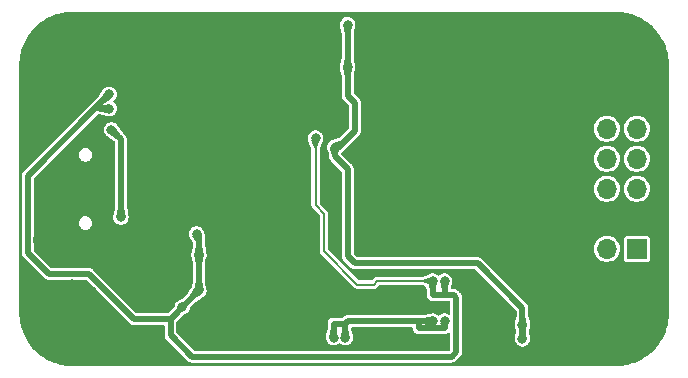
<source format=gbr>
%TF.GenerationSoftware,KiCad,Pcbnew,7.0.5*%
%TF.CreationDate,2023-08-08T23:00:51-07:00*%
%TF.ProjectId,esp32-prog,65737033-322d-4707-926f-672e6b696361,rev2*%
%TF.SameCoordinates,PX47868c0PY36d6160*%
%TF.FileFunction,Copper,L2,Bot*%
%TF.FilePolarity,Positive*%
%FSLAX46Y46*%
G04 Gerber Fmt 4.6, Leading zero omitted, Abs format (unit mm)*
G04 Created by KiCad (PCBNEW 7.0.5) date 2023-08-08 23:00:51*
%MOMM*%
%LPD*%
G01*
G04 APERTURE LIST*
%TA.AperFunction,ComponentPad*%
%ADD10O,2.100000X1.000000*%
%TD*%
%TA.AperFunction,ComponentPad*%
%ADD11O,1.600000X1.000000*%
%TD*%
%TA.AperFunction,ComponentPad*%
%ADD12C,5.700000*%
%TD*%
%TA.AperFunction,ComponentPad*%
%ADD13R,1.700000X1.700000*%
%TD*%
%TA.AperFunction,ComponentPad*%
%ADD14O,1.700000X1.700000*%
%TD*%
%TA.AperFunction,ViaPad*%
%ADD15C,0.800000*%
%TD*%
%TA.AperFunction,Conductor*%
%ADD16C,0.500000*%
%TD*%
%TA.AperFunction,Conductor*%
%ADD17C,0.203200*%
%TD*%
G04 APERTURE END LIST*
D10*
%TO.P,J1,S1,SHIELD*%
%TO.N,GND*%
X6130000Y-10680000D03*
D11*
X1950000Y-10680000D03*
D10*
X6130000Y-19320000D03*
D11*
X1950000Y-19320000D03*
%TD*%
D12*
%TO.P,H4,1,1*%
%TO.N,GND*%
X4500000Y-25500000D03*
%TD*%
%TO.P,H2,1,1*%
%TO.N,GND*%
X50500000Y-4500000D03*
%TD*%
%TO.P,H3,1,1*%
%TO.N,GND*%
X50500000Y-25500000D03*
%TD*%
D13*
%TO.P,J2,1,Pin_1*%
%TO.N,+5V*%
X52275000Y-20075000D03*
D14*
%TO.P,J2,2,Pin_2*%
%TO.N,+3.3V*%
X49735000Y-20075000D03*
%TO.P,J2,3,Pin_3*%
%TO.N,GND*%
X52275000Y-17535000D03*
%TO.P,J2,4,Pin_4*%
X49735000Y-17535000D03*
%TO.P,J2,5,Pin_5*%
%TO.N,/ESP_EN*%
X52275000Y-14995000D03*
%TO.P,J2,6,Pin_6*%
%TO.N,/ESP_BOOT*%
X49735000Y-14995000D03*
%TO.P,J2,7,Pin_7*%
%TO.N,/RXD*%
X52275000Y-12455000D03*
%TO.P,J2,8,Pin_8*%
%TO.N,/TXD*%
X49735000Y-12455000D03*
%TO.P,J2,9,Pin_9*%
%TO.N,unconnected-(J2-Pin_9-Pad9)*%
X52275000Y-9915000D03*
%TO.P,J2,10,Pin_10*%
%TO.N,unconnected-(J2-Pin_10-Pad10)*%
X49735000Y-9915000D03*
%TD*%
D12*
%TO.P,H1,1,1*%
%TO.N,GND*%
X4500000Y-4500000D03*
%TD*%
D15*
%TO.N,VBUS*%
X36000000Y-22800000D03*
X15200000Y-20600000D03*
X15000000Y-18800000D03*
X7600000Y-8200000D03*
X15200000Y-23600000D03*
X35000000Y-22800000D03*
X25080000Y-10700000D03*
X7600000Y-7000000D03*
X13800000Y-25000000D03*
%TO.N,GND*%
X27200000Y-8400000D03*
X29600000Y-8100000D03*
X29800000Y-5500000D03*
X16000000Y-14000000D03*
X20000000Y-25800000D03*
X18000000Y-14000000D03*
X8800000Y-19000000D03*
X12800000Y-7000000D03*
X39250000Y-16500000D03*
X16400000Y-20800000D03*
X14400000Y-26400000D03*
X21325000Y-21300000D03*
X29800000Y-14500000D03*
X29800000Y-1871400D03*
X23200000Y-5400000D03*
X26100000Y-7300000D03*
X22900000Y-2100000D03*
X26100000Y-4100000D03*
X16000000Y-16000000D03*
X18800000Y-25800000D03*
X23000000Y-3100000D03*
X25600000Y-26000000D03*
X38199490Y-27495545D03*
X18800000Y-27800000D03*
X29800000Y-12300000D03*
X14000000Y-20800000D03*
X23200000Y-7500000D03*
X18000000Y-16000000D03*
X29700000Y-9900000D03*
X11200000Y-7000000D03*
X8800000Y-23600000D03*
X25600000Y-27910000D03*
X20000000Y-27800000D03*
X22553213Y-26320600D03*
X37200000Y-19000000D03*
X23200000Y-14300000D03*
X13350000Y-14175000D03*
X19475000Y-22600000D03*
X26000000Y-14100000D03*
X23200000Y-12400000D03*
X12800000Y-5800000D03*
X11200000Y-5800000D03*
X23000000Y-9900000D03*
%TO.N,+3.3VA*%
X26600000Y-27600000D03*
X36000000Y-26200000D03*
X27600000Y-27600000D03*
X35000000Y-26200000D03*
%TO.N,+3.3V*%
X26700000Y-11500000D03*
X42600000Y-27700000D03*
X42600000Y-26500000D03*
X27800000Y-4700000D03*
X27800000Y-1100000D03*
%TO.N,Net-(J1-VBUS-PadA4)*%
X7800000Y-10000000D03*
X8600000Y-17400000D03*
%TD*%
D16*
%TO.N,VBUS*%
X37000000Y-24200000D02*
X36800000Y-24000000D01*
X15200000Y-19000000D02*
X15000000Y-18800000D01*
D17*
X25800000Y-20300000D02*
X25800000Y-17100000D01*
D16*
X700000Y-13900000D02*
X6600000Y-8000000D01*
D17*
X28600000Y-23100000D02*
X25800000Y-20300000D01*
D16*
X35000000Y-24000000D02*
X35000000Y-22800000D01*
X15200000Y-20600000D02*
X15200000Y-23600000D01*
X12800000Y-26000000D02*
X9666905Y-26000000D01*
X12800000Y-27400000D02*
X14600000Y-29200000D01*
D17*
X30000000Y-23100000D02*
X28600000Y-23100000D01*
D16*
X6800000Y-8200000D02*
X6600000Y-8000000D01*
D17*
X25080000Y-16380000D02*
X25080000Y-10700000D01*
D16*
X9666905Y-26000000D02*
X5866905Y-22200000D01*
X14600000Y-29200000D02*
X36600000Y-29200000D01*
X15200000Y-20600000D02*
X15200000Y-19000000D01*
X37000000Y-28800000D02*
X37000000Y-24200000D01*
X7600000Y-7000000D02*
X6600000Y-8000000D01*
D17*
X35000000Y-22800000D02*
X30300000Y-22800000D01*
D16*
X7600000Y-8200000D02*
X6800000Y-8200000D01*
D17*
X25800000Y-17100000D02*
X25080000Y-16380000D01*
D16*
X2500000Y-22200000D02*
X700000Y-20400000D01*
X12800000Y-26000000D02*
X12800000Y-27400000D01*
X15200000Y-23600000D02*
X12800000Y-26000000D01*
X700000Y-20400000D02*
X700000Y-13900000D01*
X36000000Y-22800000D02*
X36000000Y-24000000D01*
X5866905Y-22200000D02*
X2500000Y-22200000D01*
X36800000Y-24000000D02*
X36000000Y-24000000D01*
X36600000Y-29200000D02*
X37000000Y-28800000D01*
X36000000Y-24000000D02*
X35000000Y-24000000D01*
D17*
X30300000Y-22800000D02*
X30000000Y-23100000D01*
D16*
%TO.N,+3.3VA*%
X35000000Y-26200000D02*
X33800000Y-26200000D01*
X26600000Y-27600000D02*
X26600000Y-26400000D01*
X27600000Y-27600000D02*
X27600000Y-26400000D01*
X36000000Y-26200000D02*
X36000000Y-26800000D01*
X33800000Y-26200000D02*
X27800000Y-26200000D01*
X27800000Y-26200000D02*
X27600000Y-26400000D01*
X26600000Y-26400000D02*
X27600000Y-26400000D01*
X33800000Y-26800000D02*
X33800000Y-26200000D01*
X36000000Y-26800000D02*
X33800000Y-26800000D01*
%TO.N,+3.3V*%
X27000000Y-11500000D02*
X26700000Y-11500000D01*
X38800000Y-21300000D02*
X42600000Y-25100000D01*
X27800000Y-1100000D02*
X27800000Y-4700000D01*
X26700000Y-11500000D02*
X26700000Y-12200000D01*
X42600000Y-27700000D02*
X42600000Y-26500000D01*
X27800000Y-4700000D02*
X27800000Y-7100000D01*
X27800000Y-20700000D02*
X28400000Y-21300000D01*
X27800000Y-7100000D02*
X28400000Y-7700000D01*
X42600000Y-25100000D02*
X42600000Y-26500000D01*
X28400000Y-10100000D02*
X27000000Y-11500000D01*
X26700000Y-12200000D02*
X27800000Y-13300000D01*
X27800000Y-13300000D02*
X27800000Y-20700000D01*
X28400000Y-21300000D02*
X38800000Y-21300000D01*
X28400000Y-7700000D02*
X28400000Y-10100000D01*
%TO.N,Net-(J1-VBUS-PadA4)*%
X8600000Y-10800000D02*
X7800000Y-10000000D01*
X8600000Y-17400000D02*
X8600000Y-10800000D01*
%TD*%
%TA.AperFunction,Conductor*%
%TO.N,GND*%
G36*
X4458691Y-4519407D02*
G01*
X4494655Y-4568907D01*
X4499500Y-4599500D01*
X4499500Y-6062507D01*
X4480593Y-6120698D01*
X4431093Y-6156662D01*
X4400500Y-6161507D01*
X4382904Y-6161507D01*
X4368149Y-6160401D01*
X4136583Y-6125498D01*
X4122157Y-6122206D01*
X3898367Y-6053175D01*
X3884593Y-6047769D01*
X3673604Y-5946162D01*
X3660790Y-5938764D01*
X3467288Y-5806837D01*
X3455720Y-5797611D01*
X3284053Y-5638328D01*
X3273989Y-5627481D01*
X3127976Y-5444386D01*
X3119641Y-5432161D01*
X3002546Y-5229347D01*
X2996125Y-5216015D01*
X2910566Y-4998012D01*
X2906205Y-4983874D01*
X2883975Y-4886478D01*
X2854092Y-4755552D01*
X2851889Y-4740929D01*
X2850300Y-4719730D01*
X2843521Y-4629268D01*
X2841845Y-4606898D01*
X2856351Y-4547457D01*
X2903025Y-4507895D01*
X2940568Y-4500500D01*
X4400500Y-4500500D01*
X4458691Y-4519407D01*
G37*
%TD.AperFunction*%
%TA.AperFunction,Conductor*%
G36*
X6117623Y-4519407D02*
G01*
X6153587Y-4568907D01*
X6158155Y-4606899D01*
X6148110Y-4740930D01*
X6145905Y-4755561D01*
X6093794Y-4983874D01*
X6089433Y-4998012D01*
X6003874Y-5216015D01*
X5997453Y-5229347D01*
X5880358Y-5432161D01*
X5872023Y-5444386D01*
X5726010Y-5627481D01*
X5715946Y-5638328D01*
X5544279Y-5797611D01*
X5532711Y-5806837D01*
X5339209Y-5938764D01*
X5326395Y-5946162D01*
X5115406Y-6047769D01*
X5101632Y-6053175D01*
X4877842Y-6122206D01*
X4863416Y-6125498D01*
X4631851Y-6160401D01*
X4617096Y-6161507D01*
X4599500Y-6161507D01*
X4541309Y-6142600D01*
X4505345Y-6093100D01*
X4500500Y-6062507D01*
X4500500Y-4599500D01*
X4519407Y-4541309D01*
X4568907Y-4505345D01*
X4599500Y-4500500D01*
X6059432Y-4500500D01*
X6117623Y-4519407D01*
G37*
%TD.AperFunction*%
%TA.AperFunction,Conductor*%
G36*
X4458691Y-2857400D02*
G01*
X4494655Y-2906900D01*
X4499500Y-2937493D01*
X4499500Y-4400500D01*
X4480593Y-4458691D01*
X4431093Y-4494655D01*
X4400500Y-4499500D01*
X2940568Y-4499500D01*
X2882377Y-4480593D01*
X2846413Y-4431093D01*
X2841845Y-4393102D01*
X2845069Y-4350066D01*
X2851889Y-4259063D01*
X2854092Y-4244449D01*
X2906206Y-4016119D01*
X2910566Y-4001987D01*
X2965327Y-3862458D01*
X2996128Y-3783977D01*
X3002546Y-3770652D01*
X3119641Y-3567838D01*
X3127976Y-3555613D01*
X3273989Y-3372518D01*
X3284044Y-3361680D01*
X3455723Y-3202385D01*
X3467284Y-3193164D01*
X3660792Y-3061233D01*
X3673596Y-3053841D01*
X3884601Y-2952226D01*
X3898364Y-2946825D01*
X4122166Y-2877790D01*
X4136574Y-2874503D01*
X4368149Y-2839598D01*
X4382904Y-2838493D01*
X4400500Y-2838493D01*
X4458691Y-2857400D01*
G37*
%TD.AperFunction*%
%TA.AperFunction,Conductor*%
G36*
X4631850Y-2839598D02*
G01*
X4863422Y-2874502D01*
X4877836Y-2877791D01*
X5031147Y-2925082D01*
X5101632Y-2946824D01*
X5115402Y-2952228D01*
X5133783Y-2961080D01*
X5326395Y-3053837D01*
X5339209Y-3061235D01*
X5532711Y-3193162D01*
X5544279Y-3202388D01*
X5715946Y-3361671D01*
X5726010Y-3372518D01*
X5872023Y-3555613D01*
X5880358Y-3567838D01*
X5997453Y-3770652D01*
X6003874Y-3783984D01*
X6089433Y-4001987D01*
X6093794Y-4016125D01*
X6145905Y-4244438D01*
X6148110Y-4259069D01*
X6158155Y-4393101D01*
X6143650Y-4452542D01*
X6096976Y-4492105D01*
X6059432Y-4499500D01*
X4599500Y-4499500D01*
X4541309Y-4480593D01*
X4505345Y-4431093D01*
X4500500Y-4400500D01*
X4500500Y-2937493D01*
X4519407Y-2879302D01*
X4568907Y-2843338D01*
X4599500Y-2838493D01*
X4617096Y-2838493D01*
X4631850Y-2839598D01*
G37*
%TD.AperFunction*%
%TA.AperFunction,Conductor*%
G36*
X50501074Y-547D02*
G01*
X50522532Y-1483D01*
X50694462Y-8990D01*
X50694462Y-9035D01*
X50694709Y-9001D01*
X50694825Y-9006D01*
X50896037Y-18309D01*
X50900165Y-18676D01*
X51101485Y-45180D01*
X51123987Y-48319D01*
X51296564Y-72393D01*
X51300374Y-73080D01*
X51499689Y-117267D01*
X51690606Y-162170D01*
X51694084Y-163127D01*
X51889213Y-224650D01*
X52074937Y-286899D01*
X52078106Y-288084D01*
X52266971Y-366315D01*
X52267936Y-366728D01*
X52361925Y-408228D01*
X52446503Y-445573D01*
X52449366Y-446949D01*
X52630753Y-541373D01*
X52631914Y-541997D01*
X52802340Y-636924D01*
X52804838Y-638414D01*
X52977372Y-748330D01*
X52978701Y-749207D01*
X53046245Y-795476D01*
X53139567Y-859403D01*
X53141713Y-860959D01*
X53304033Y-985512D01*
X53305509Y-986691D01*
X53455471Y-1111218D01*
X53457249Y-1112768D01*
X53608127Y-1251023D01*
X53609654Y-1252485D01*
X53747513Y-1390344D01*
X53748978Y-1391874D01*
X53887226Y-1542745D01*
X53888780Y-1544527D01*
X54013307Y-1694489D01*
X54014496Y-1695978D01*
X54139028Y-1858271D01*
X54140595Y-1860431D01*
X54250778Y-2021278D01*
X54251688Y-2022656D01*
X54361584Y-2195160D01*
X54363081Y-2197670D01*
X54457963Y-2368014D01*
X54458625Y-2369245D01*
X54553049Y-2550632D01*
X54554425Y-2553495D01*
X54633261Y-2732041D01*
X54633711Y-2733092D01*
X54711905Y-2921869D01*
X54713107Y-2925082D01*
X54775345Y-3110774D01*
X54836864Y-3305889D01*
X54837837Y-3309430D01*
X54850405Y-3362862D01*
X54882734Y-3500316D01*
X54926911Y-3699585D01*
X54927610Y-3703462D01*
X54954821Y-3898540D01*
X54981320Y-4099814D01*
X54981691Y-4103991D01*
X54991017Y-4305730D01*
X54991051Y-4306493D01*
X54991052Y-4306531D01*
X54999453Y-4498926D01*
X54999500Y-4501086D01*
X54999500Y-25498913D01*
X54999453Y-25501073D01*
X54991003Y-25694591D01*
X54981691Y-25896007D01*
X54981320Y-25900184D01*
X54954821Y-26101458D01*
X54927610Y-26296536D01*
X54926911Y-26300413D01*
X54882734Y-26499682D01*
X54837841Y-26690556D01*
X54836864Y-26694109D01*
X54775345Y-26889224D01*
X54713107Y-27074916D01*
X54711905Y-27078129D01*
X54633711Y-27266906D01*
X54633261Y-27267957D01*
X54554425Y-27446503D01*
X54553049Y-27449366D01*
X54458625Y-27630753D01*
X54457963Y-27631984D01*
X54363081Y-27802328D01*
X54361584Y-27804838D01*
X54251688Y-27977342D01*
X54250778Y-27978720D01*
X54140595Y-28139567D01*
X54139028Y-28141727D01*
X54014496Y-28304020D01*
X54013307Y-28305509D01*
X53888780Y-28455471D01*
X53887193Y-28457291D01*
X53749007Y-28608094D01*
X53747513Y-28609654D01*
X53609654Y-28747513D01*
X53608094Y-28749007D01*
X53457291Y-28887193D01*
X53455471Y-28888780D01*
X53305509Y-29013307D01*
X53304020Y-29014496D01*
X53141727Y-29139028D01*
X53139567Y-29140595D01*
X52978720Y-29250778D01*
X52977342Y-29251688D01*
X52804838Y-29361584D01*
X52802328Y-29363081D01*
X52631984Y-29457963D01*
X52630753Y-29458625D01*
X52449366Y-29553049D01*
X52446503Y-29554425D01*
X52267957Y-29633261D01*
X52266906Y-29633711D01*
X52078129Y-29711905D01*
X52074916Y-29713107D01*
X51889224Y-29775345D01*
X51694109Y-29836864D01*
X51690556Y-29837841D01*
X51499682Y-29882734D01*
X51300413Y-29926911D01*
X51296536Y-29927610D01*
X51101458Y-29954821D01*
X50900184Y-29981320D01*
X50896007Y-29981691D01*
X50694591Y-29991003D01*
X50501074Y-29999453D01*
X50498914Y-29999500D01*
X4501086Y-29999500D01*
X4498926Y-29999453D01*
X4306531Y-29991052D01*
X4306493Y-29991051D01*
X4305931Y-29991026D01*
X4305556Y-29991009D01*
X4305535Y-29991009D01*
X4305535Y-29991008D01*
X4103991Y-29981691D01*
X4099814Y-29981320D01*
X3898540Y-29954821D01*
X3703462Y-29927610D01*
X3699585Y-29926911D01*
X3500316Y-29882734D01*
X3309430Y-29837837D01*
X3305889Y-29836864D01*
X3110774Y-29775345D01*
X2925082Y-29713107D01*
X2921869Y-29711905D01*
X2733092Y-29633711D01*
X2732041Y-29633261D01*
X2553495Y-29554425D01*
X2550632Y-29553049D01*
X2369245Y-29458625D01*
X2368037Y-29457975D01*
X2274771Y-29406026D01*
X2197670Y-29363081D01*
X2195160Y-29361584D01*
X2022656Y-29251688D01*
X2021278Y-29250778D01*
X1860431Y-29140595D01*
X1858271Y-29139028D01*
X1695978Y-29014496D01*
X1694489Y-29013307D01*
X1544527Y-28888780D01*
X1542745Y-28887226D01*
X1391874Y-28748978D01*
X1390344Y-28747513D01*
X1252485Y-28609654D01*
X1251023Y-28608127D01*
X1112768Y-28457249D01*
X1111218Y-28455471D01*
X986691Y-28305509D01*
X985502Y-28304020D01*
X938174Y-28242341D01*
X860959Y-28141713D01*
X859403Y-28139567D01*
X855951Y-28134528D01*
X749207Y-27978701D01*
X748330Y-27977372D01*
X638414Y-27804838D01*
X636924Y-27802340D01*
X541997Y-27631914D01*
X541373Y-27630753D01*
X446949Y-27449366D01*
X445573Y-27446503D01*
X366737Y-27267957D01*
X366315Y-27266971D01*
X288084Y-27078106D01*
X286899Y-27074937D01*
X224650Y-26889213D01*
X163127Y-26694084D01*
X162170Y-26690606D01*
X117265Y-26499682D01*
X73080Y-26300374D01*
X72393Y-26296564D01*
X45177Y-26101458D01*
X44109Y-26093346D01*
X18676Y-25900167D01*
X18309Y-25896035D01*
X8990Y-25694460D01*
X7433Y-25658807D01*
X547Y-25501073D01*
X500Y-25498915D01*
X500Y-20407437D01*
X9274Y-20380430D01*
X8868Y-20379975D01*
X7642Y-20374138D01*
X188675Y-20374138D01*
X198248Y-20400374D01*
X199374Y-20416118D01*
X199500Y-20419651D01*
X199500Y-20435799D01*
X201798Y-20451788D01*
X202176Y-20455301D01*
X205908Y-20507483D01*
X208533Y-20514520D01*
X213764Y-20535014D01*
X214834Y-20542454D01*
X214835Y-20542458D01*
X236569Y-20590049D01*
X237921Y-20593314D01*
X256202Y-20642327D01*
X256203Y-20642328D01*
X256204Y-20642331D01*
X259918Y-20647293D01*
X260708Y-20648348D01*
X271501Y-20666538D01*
X274623Y-20673373D01*
X308888Y-20712917D01*
X311080Y-20715636D01*
X320779Y-20728593D01*
X320781Y-20728595D01*
X332211Y-20740026D01*
X334610Y-20742603D01*
X346927Y-20756817D01*
X368873Y-20782144D01*
X375183Y-20786199D01*
X391666Y-20799480D01*
X2100518Y-22508332D01*
X2113796Y-22524810D01*
X2117856Y-22531127D01*
X2117857Y-22531129D01*
X2157394Y-22565387D01*
X2159982Y-22567796D01*
X2171406Y-22579220D01*
X2171412Y-22579225D01*
X2171417Y-22579229D01*
X2184338Y-22588900D01*
X2187090Y-22591118D01*
X2226627Y-22625377D01*
X2233456Y-22628495D01*
X2251657Y-22639294D01*
X2257669Y-22643795D01*
X2306691Y-22662079D01*
X2309942Y-22663426D01*
X2357543Y-22685165D01*
X2364977Y-22686233D01*
X2385484Y-22691467D01*
X2392517Y-22694091D01*
X2444711Y-22697823D01*
X2448177Y-22698195D01*
X2464201Y-22700500D01*
X2480358Y-22700500D01*
X2483890Y-22700626D01*
X2486844Y-22700837D01*
X2536073Y-22704358D01*
X2543410Y-22702761D01*
X2564453Y-22700500D01*
X5618583Y-22700500D01*
X5676774Y-22719407D01*
X5688587Y-22729496D01*
X9267423Y-26308332D01*
X9280701Y-26324810D01*
X9284761Y-26331127D01*
X9284762Y-26331129D01*
X9324299Y-26365387D01*
X9326887Y-26367796D01*
X9338312Y-26379221D01*
X9351250Y-26388906D01*
X9354002Y-26391124D01*
X9393529Y-26425375D01*
X9393530Y-26425375D01*
X9393532Y-26425377D01*
X9400359Y-26428495D01*
X9418556Y-26439291D01*
X9424574Y-26443796D01*
X9473602Y-26462081D01*
X9476846Y-26463425D01*
X9524448Y-26485165D01*
X9531883Y-26486233D01*
X9552389Y-26491468D01*
X9559422Y-26494091D01*
X9611634Y-26497825D01*
X9615101Y-26498198D01*
X9631106Y-26500500D01*
X9647253Y-26500500D01*
X9650786Y-26500626D01*
X9655776Y-26500982D01*
X9702978Y-26504359D01*
X9709375Y-26502967D01*
X9710315Y-26502763D01*
X9731361Y-26500500D01*
X12200500Y-26500500D01*
X12258691Y-26519407D01*
X12294655Y-26568907D01*
X12299500Y-26599500D01*
X12299500Y-27335542D01*
X12297238Y-27356585D01*
X12295641Y-27363926D01*
X12299374Y-27416118D01*
X12299500Y-27419651D01*
X12299500Y-27435799D01*
X12301798Y-27451788D01*
X12302176Y-27455301D01*
X12305908Y-27507483D01*
X12308533Y-27514520D01*
X12313764Y-27535014D01*
X12314834Y-27542454D01*
X12314835Y-27542458D01*
X12336569Y-27590049D01*
X12337921Y-27593314D01*
X12356202Y-27642327D01*
X12356203Y-27642328D01*
X12356204Y-27642331D01*
X12358074Y-27644829D01*
X12360708Y-27648348D01*
X12371501Y-27666538D01*
X12374623Y-27673373D01*
X12408888Y-27712917D01*
X12411080Y-27715636D01*
X12420779Y-27728593D01*
X12420781Y-27728595D01*
X12432211Y-27740026D01*
X12434610Y-27742603D01*
X12446927Y-27756817D01*
X12468873Y-27782144D01*
X12475183Y-27786199D01*
X12491666Y-27799480D01*
X14200518Y-29508332D01*
X14213796Y-29524810D01*
X14217856Y-29531127D01*
X14217857Y-29531129D01*
X14257394Y-29565387D01*
X14259982Y-29567796D01*
X14271406Y-29579220D01*
X14271412Y-29579225D01*
X14271417Y-29579229D01*
X14284338Y-29588900D01*
X14287090Y-29591118D01*
X14326627Y-29625377D01*
X14333456Y-29628495D01*
X14351657Y-29639294D01*
X14357669Y-29643795D01*
X14406691Y-29662079D01*
X14409942Y-29663426D01*
X14457543Y-29685165D01*
X14464977Y-29686233D01*
X14485484Y-29691467D01*
X14492517Y-29694091D01*
X14544711Y-29697823D01*
X14548177Y-29698195D01*
X14564201Y-29700500D01*
X14580358Y-29700500D01*
X14583890Y-29700626D01*
X14586844Y-29700837D01*
X14636073Y-29704358D01*
X14643410Y-29702761D01*
X14664453Y-29700500D01*
X36535544Y-29700500D01*
X36556590Y-29702763D01*
X36557830Y-29703032D01*
X36563927Y-29704359D01*
X36611412Y-29700962D01*
X36616119Y-29700626D01*
X36619652Y-29700500D01*
X36635799Y-29700500D01*
X36651799Y-29698199D01*
X36655272Y-29697824D01*
X36707483Y-29694091D01*
X36714515Y-29691467D01*
X36735022Y-29686233D01*
X36742457Y-29685165D01*
X36790049Y-29663429D01*
X36793295Y-29662084D01*
X36842331Y-29643796D01*
X36848341Y-29639296D01*
X36866549Y-29628492D01*
X36873373Y-29625377D01*
X36912917Y-29591110D01*
X36915642Y-29588914D01*
X36928593Y-29579221D01*
X36940042Y-29567770D01*
X36942579Y-29565408D01*
X36982143Y-29531128D01*
X36986203Y-29524810D01*
X36999477Y-29508335D01*
X37308335Y-29199477D01*
X37324811Y-29186202D01*
X37331128Y-29182143D01*
X37365395Y-29142594D01*
X37367783Y-29140029D01*
X37379220Y-29128594D01*
X37388915Y-29115640D01*
X37391106Y-29112921D01*
X37425377Y-29073373D01*
X37428494Y-29066546D01*
X37439294Y-29048341D01*
X37443795Y-29042331D01*
X37462091Y-28993274D01*
X37463413Y-28990084D01*
X37485165Y-28942457D01*
X37486232Y-28935027D01*
X37491470Y-28914510D01*
X37492280Y-28912335D01*
X37494091Y-28907483D01*
X37497823Y-28855287D01*
X37498200Y-28851791D01*
X37500500Y-28835799D01*
X37500500Y-28819641D01*
X37500626Y-28816108D01*
X37504358Y-28763925D01*
X37502763Y-28756595D01*
X37500500Y-28735555D01*
X37500500Y-24264456D01*
X37502763Y-24243408D01*
X37504359Y-24236073D01*
X37500626Y-24183880D01*
X37500500Y-24180347D01*
X37500500Y-24164201D01*
X37498198Y-24148196D01*
X37497825Y-24144729D01*
X37494091Y-24092517D01*
X37491468Y-24085484D01*
X37486233Y-24064975D01*
X37485165Y-24057543D01*
X37463425Y-24009941D01*
X37462077Y-24006685D01*
X37443796Y-23957670D01*
X37443796Y-23957669D01*
X37439291Y-23951651D01*
X37428495Y-23933454D01*
X37425377Y-23926627D01*
X37425375Y-23926625D01*
X37425375Y-23926624D01*
X37391124Y-23887097D01*
X37388906Y-23884345D01*
X37379222Y-23871409D01*
X37379221Y-23871407D01*
X37367796Y-23859982D01*
X37365387Y-23857394D01*
X37331129Y-23817857D01*
X37331127Y-23817856D01*
X37324810Y-23813796D01*
X37308332Y-23800518D01*
X37199480Y-23691666D01*
X37186199Y-23675183D01*
X37182144Y-23668873D01*
X37182143Y-23668872D01*
X37142603Y-23634610D01*
X37140026Y-23632211D01*
X37128595Y-23620781D01*
X37128593Y-23620779D01*
X37115636Y-23611080D01*
X37112917Y-23608888D01*
X37073373Y-23574623D01*
X37066538Y-23571501D01*
X37048348Y-23560708D01*
X37047293Y-23559918D01*
X37042331Y-23556204D01*
X37042328Y-23556203D01*
X37042327Y-23556202D01*
X36993314Y-23537921D01*
X36990049Y-23536569D01*
X36942458Y-23514835D01*
X36942454Y-23514834D01*
X36935014Y-23513764D01*
X36914520Y-23508533D01*
X36907482Y-23505908D01*
X36907483Y-23505908D01*
X36855301Y-23502176D01*
X36851788Y-23501798D01*
X36835800Y-23499500D01*
X36835799Y-23499500D01*
X36819652Y-23499500D01*
X36816119Y-23499374D01*
X36786240Y-23497237D01*
X36763927Y-23495641D01*
X36763926Y-23495641D01*
X36763925Y-23495641D01*
X36756590Y-23497237D01*
X36735544Y-23499500D01*
X36648083Y-23499500D01*
X36589892Y-23480593D01*
X36553928Y-23431093D01*
X36550779Y-23382256D01*
X36561352Y-23325866D01*
X36623365Y-22995121D01*
X36628099Y-22978274D01*
X36636237Y-22956818D01*
X36646501Y-22872278D01*
X36646979Y-22869178D01*
X36649610Y-22855154D01*
X36651238Y-22843565D01*
X36651986Y-22835612D01*
X36652578Y-22823305D01*
X36652878Y-22819762D01*
X36655278Y-22800000D01*
X36636237Y-22643182D01*
X36580220Y-22495477D01*
X36535351Y-22430473D01*
X36490484Y-22365471D01*
X36372241Y-22260718D01*
X36372240Y-22260717D01*
X36254385Y-22198861D01*
X36232364Y-22187303D01*
X36078987Y-22149500D01*
X36078985Y-22149500D01*
X35921015Y-22149500D01*
X35921012Y-22149500D01*
X35767635Y-22187303D01*
X35627755Y-22260719D01*
X35565648Y-22315741D01*
X35509554Y-22340176D01*
X35449810Y-22326972D01*
X35434352Y-22315741D01*
X35372244Y-22260719D01*
X35232364Y-22187303D01*
X35078987Y-22149500D01*
X35078985Y-22149500D01*
X34921015Y-22149500D01*
X34921012Y-22149500D01*
X34767638Y-22187303D01*
X34767627Y-22187307D01*
X34762688Y-22189899D01*
X34742866Y-22196909D01*
X34743030Y-22197448D01*
X34738381Y-22198858D01*
X34155298Y-22440365D01*
X34117414Y-22447900D01*
X30346791Y-22447900D01*
X30326476Y-22445793D01*
X30314753Y-22443335D01*
X30314752Y-22443335D01*
X30281177Y-22447520D01*
X30275053Y-22447900D01*
X30270819Y-22447900D01*
X30250259Y-22451330D01*
X30248237Y-22451625D01*
X30198144Y-22457870D01*
X30191093Y-22459969D01*
X30184090Y-22462373D01*
X30139699Y-22486395D01*
X30137883Y-22487329D01*
X30092576Y-22509480D01*
X30086525Y-22513801D01*
X30080747Y-22518298D01*
X30046550Y-22555445D01*
X30045134Y-22556920D01*
X29883153Y-22718903D01*
X29828637Y-22746681D01*
X29813149Y-22747900D01*
X28786852Y-22747900D01*
X28728661Y-22728993D01*
X28716848Y-22718904D01*
X26181096Y-20183151D01*
X26153319Y-20128634D01*
X26152100Y-20113147D01*
X26152100Y-17146791D01*
X26154207Y-17126473D01*
X26156665Y-17114752D01*
X26152479Y-17081183D01*
X26152099Y-17075051D01*
X26152100Y-17070825D01*
X26152099Y-17070824D01*
X26152100Y-17070822D01*
X26148664Y-17050235D01*
X26148371Y-17048220D01*
X26142128Y-16998139D01*
X26140028Y-16991085D01*
X26137628Y-16984095D01*
X26137627Y-16984093D01*
X26137627Y-16984092D01*
X26113597Y-16939688D01*
X26112695Y-16937937D01*
X26090519Y-16892574D01*
X26090517Y-16892572D01*
X26086224Y-16886560D01*
X26081700Y-16880747D01*
X26081699Y-16880745D01*
X26081696Y-16880742D01*
X26044577Y-16846571D01*
X26043101Y-16845155D01*
X25461095Y-16263150D01*
X25433318Y-16208633D01*
X25432099Y-16193158D01*
X25432099Y-11582581D01*
X25439634Y-11544698D01*
X25458147Y-11500001D01*
X26044722Y-11500001D01*
X26063763Y-11656818D01*
X26084508Y-11711521D01*
X26090181Y-11734385D01*
X26091354Y-11743800D01*
X26091355Y-11743808D01*
X26194466Y-12054687D01*
X26199500Y-12085853D01*
X26199500Y-12135542D01*
X26197238Y-12156585D01*
X26195641Y-12163926D01*
X26199374Y-12216118D01*
X26199500Y-12219651D01*
X26199500Y-12235799D01*
X26201798Y-12251788D01*
X26202176Y-12255301D01*
X26205908Y-12307483D01*
X26208533Y-12314520D01*
X26213764Y-12335014D01*
X26214834Y-12342454D01*
X26214835Y-12342458D01*
X26236569Y-12390049D01*
X26237921Y-12393314D01*
X26256202Y-12442327D01*
X26256203Y-12442328D01*
X26256204Y-12442331D01*
X26259918Y-12447293D01*
X26260708Y-12448348D01*
X26271501Y-12466538D01*
X26274623Y-12473373D01*
X26308888Y-12512917D01*
X26311080Y-12515636D01*
X26320779Y-12528593D01*
X26320781Y-12528595D01*
X26332211Y-12540026D01*
X26334610Y-12542603D01*
X26368872Y-12582143D01*
X26368873Y-12582144D01*
X26375183Y-12586199D01*
X26391665Y-12599479D01*
X27270504Y-13478318D01*
X27298280Y-13532834D01*
X27299499Y-13548321D01*
X27299499Y-20635542D01*
X27297238Y-20656579D01*
X27295641Y-20663921D01*
X27295640Y-20663925D01*
X27299374Y-20716118D01*
X27299500Y-20719651D01*
X27299500Y-20735799D01*
X27301798Y-20751788D01*
X27302176Y-20755301D01*
X27305908Y-20807483D01*
X27308533Y-20814520D01*
X27313764Y-20835014D01*
X27314834Y-20842454D01*
X27314835Y-20842458D01*
X27336569Y-20890049D01*
X27337921Y-20893314D01*
X27356202Y-20942327D01*
X27356203Y-20942328D01*
X27356204Y-20942331D01*
X27359918Y-20947293D01*
X27360708Y-20948348D01*
X27371501Y-20966538D01*
X27374623Y-20973373D01*
X27408888Y-21012917D01*
X27411080Y-21015636D01*
X27420779Y-21028593D01*
X27420781Y-21028595D01*
X27432211Y-21040026D01*
X27434610Y-21042603D01*
X27453452Y-21064347D01*
X27468873Y-21082144D01*
X27475183Y-21086199D01*
X27491666Y-21099480D01*
X28000518Y-21608332D01*
X28013796Y-21624810D01*
X28017856Y-21631127D01*
X28017857Y-21631129D01*
X28057394Y-21665387D01*
X28059982Y-21667796D01*
X28071407Y-21679221D01*
X28073240Y-21680593D01*
X28084345Y-21688906D01*
X28087097Y-21691124D01*
X28126624Y-21725375D01*
X28126625Y-21725375D01*
X28126627Y-21725377D01*
X28133454Y-21728495D01*
X28151651Y-21739291D01*
X28157669Y-21743796D01*
X28206697Y-21762081D01*
X28209941Y-21763425D01*
X28257543Y-21785165D01*
X28264978Y-21786233D01*
X28285484Y-21791468D01*
X28292517Y-21794091D01*
X28344729Y-21797825D01*
X28348196Y-21798198D01*
X28364201Y-21800500D01*
X28380348Y-21800500D01*
X28383881Y-21800626D01*
X28388871Y-21800982D01*
X28436073Y-21804359D01*
X28442470Y-21802967D01*
X28443410Y-21802763D01*
X28464456Y-21800500D01*
X38551678Y-21800500D01*
X38609869Y-21819407D01*
X38621682Y-21829496D01*
X42070504Y-25278318D01*
X42098281Y-25332835D01*
X42099500Y-25348322D01*
X42099500Y-25640383D01*
X42097804Y-25658628D01*
X41976631Y-26304880D01*
X41971896Y-26321734D01*
X41963763Y-26343182D01*
X41963763Y-26343184D01*
X41963762Y-26343184D01*
X41953503Y-26427673D01*
X41953016Y-26430825D01*
X41950391Y-26444829D01*
X41950382Y-26444885D01*
X41948762Y-26456416D01*
X41948760Y-26456436D01*
X41948015Y-26464360D01*
X41948010Y-26464421D01*
X41947421Y-26476686D01*
X41947117Y-26480272D01*
X41944722Y-26499998D01*
X41944722Y-26500002D01*
X41951126Y-26552745D01*
X41951484Y-26559253D01*
X41951466Y-26560895D01*
X41951467Y-26560910D01*
X41953017Y-26569174D01*
X41953503Y-26572319D01*
X41963763Y-26656818D01*
X41971896Y-26678264D01*
X41976630Y-26695117D01*
X42047553Y-27073373D01*
X42049125Y-27081754D01*
X42049125Y-27118243D01*
X41976632Y-27504878D01*
X41971897Y-27521732D01*
X41964697Y-27540719D01*
X41963763Y-27543183D01*
X41963762Y-27543184D01*
X41953503Y-27627673D01*
X41953016Y-27630825D01*
X41950391Y-27644829D01*
X41950382Y-27644885D01*
X41948762Y-27656416D01*
X41948760Y-27656436D01*
X41948015Y-27664360D01*
X41948010Y-27664421D01*
X41947421Y-27676686D01*
X41947117Y-27680272D01*
X41944722Y-27699998D01*
X41944722Y-27700002D01*
X41963762Y-27856816D01*
X41963763Y-27856818D01*
X42009472Y-27977342D01*
X42019780Y-28004523D01*
X42109515Y-28134528D01*
X42109516Y-28134529D01*
X42109517Y-28134530D01*
X42227760Y-28239283D01*
X42367635Y-28312696D01*
X42521015Y-28350500D01*
X42521018Y-28350500D01*
X42678982Y-28350500D01*
X42678985Y-28350500D01*
X42832365Y-28312696D01*
X42972240Y-28239283D01*
X43090483Y-28134530D01*
X43180220Y-28004523D01*
X43236237Y-27856818D01*
X43255278Y-27700000D01*
X43248871Y-27647238D01*
X43248514Y-27640719D01*
X43248532Y-27639094D01*
X43246981Y-27630825D01*
X43246498Y-27627702D01*
X43236237Y-27543182D01*
X43228102Y-27521732D01*
X43223366Y-27504878D01*
X43150872Y-27118239D01*
X43150872Y-27081758D01*
X43223365Y-26695121D01*
X43228099Y-26678274D01*
X43236237Y-26656818D01*
X43246501Y-26572278D01*
X43246981Y-26569174D01*
X43249610Y-26555154D01*
X43251238Y-26543565D01*
X43251986Y-26535612D01*
X43252578Y-26523305D01*
X43252878Y-26519762D01*
X43255278Y-26500000D01*
X43248871Y-26447238D01*
X43248514Y-26440719D01*
X43248532Y-26439094D01*
X43246981Y-26430825D01*
X43246498Y-26427702D01*
X43236237Y-26343182D01*
X43228102Y-26321732D01*
X43223366Y-26304880D01*
X43158627Y-25959600D01*
X43102230Y-25658807D01*
X43102882Y-25658684D01*
X43100500Y-25640435D01*
X43100500Y-25434528D01*
X43100500Y-25164446D01*
X43102763Y-25143407D01*
X43104359Y-25136073D01*
X43100626Y-25083880D01*
X43100500Y-25080347D01*
X43100500Y-25064201D01*
X43098198Y-25048196D01*
X43097825Y-25044729D01*
X43094091Y-24992517D01*
X43091468Y-24985484D01*
X43086233Y-24964975D01*
X43085165Y-24957543D01*
X43063425Y-24909941D01*
X43062077Y-24906685D01*
X43043796Y-24857670D01*
X43043796Y-24857669D01*
X43039291Y-24851651D01*
X43028495Y-24833454D01*
X43025377Y-24826627D01*
X43025375Y-24826625D01*
X43025375Y-24826624D01*
X42991124Y-24787097D01*
X42988906Y-24784345D01*
X42979222Y-24771409D01*
X42979221Y-24771407D01*
X42967796Y-24759982D01*
X42965387Y-24757394D01*
X42931129Y-24717857D01*
X42931127Y-24717856D01*
X42924810Y-24713796D01*
X42908332Y-24700518D01*
X39199480Y-20991666D01*
X39186199Y-20975183D01*
X39182144Y-20968873D01*
X39168420Y-20956981D01*
X39142603Y-20934610D01*
X39140026Y-20932211D01*
X39128595Y-20920781D01*
X39128593Y-20920779D01*
X39115636Y-20911080D01*
X39112917Y-20908888D01*
X39073373Y-20874623D01*
X39066538Y-20871501D01*
X39048348Y-20860708D01*
X39047293Y-20859918D01*
X39042331Y-20856204D01*
X39042328Y-20856203D01*
X39042327Y-20856202D01*
X38993314Y-20837921D01*
X38990049Y-20836569D01*
X38942458Y-20814835D01*
X38942454Y-20814834D01*
X38935014Y-20813764D01*
X38914520Y-20808533D01*
X38907482Y-20805908D01*
X38907483Y-20805908D01*
X38855301Y-20802176D01*
X38851788Y-20801798D01*
X38835800Y-20799500D01*
X38835799Y-20799500D01*
X38819652Y-20799500D01*
X38816119Y-20799374D01*
X38786240Y-20797237D01*
X38763927Y-20795641D01*
X38763926Y-20795641D01*
X38763925Y-20795641D01*
X38756590Y-20797237D01*
X38735544Y-20799500D01*
X28648322Y-20799500D01*
X28590131Y-20780593D01*
X28578318Y-20770504D01*
X28329495Y-20521681D01*
X28301718Y-20467164D01*
X28300499Y-20451689D01*
X28300499Y-20075000D01*
X48629785Y-20075000D01*
X48648603Y-20278083D01*
X48704418Y-20474250D01*
X48795327Y-20656821D01*
X48918236Y-20819579D01*
X49068959Y-20956981D01*
X49242363Y-21064348D01*
X49432544Y-21138024D01*
X49633024Y-21175500D01*
X49836976Y-21175500D01*
X50037456Y-21138024D01*
X50227637Y-21064348D01*
X50401041Y-20956981D01*
X50409059Y-20949672D01*
X51174499Y-20949672D01*
X51174501Y-20949684D01*
X51189033Y-21022736D01*
X51189035Y-21022742D01*
X51244397Y-21105599D01*
X51244399Y-21105601D01*
X51327260Y-21160966D01*
X51382808Y-21172015D01*
X51400315Y-21175498D01*
X51400320Y-21175498D01*
X51400326Y-21175500D01*
X51400327Y-21175500D01*
X53149673Y-21175500D01*
X53149674Y-21175500D01*
X53222740Y-21160966D01*
X53305601Y-21105601D01*
X53360966Y-21022740D01*
X53375500Y-20949674D01*
X53375500Y-19200326D01*
X53360966Y-19127260D01*
X53327204Y-19076731D01*
X53305602Y-19044400D01*
X53305599Y-19044397D01*
X53222742Y-18989035D01*
X53222740Y-18989034D01*
X53222737Y-18989033D01*
X53222736Y-18989033D01*
X53149684Y-18974501D01*
X53149674Y-18974500D01*
X51400326Y-18974500D01*
X51400325Y-18974500D01*
X51400315Y-18974501D01*
X51327263Y-18989033D01*
X51327257Y-18989035D01*
X51244400Y-19044397D01*
X51244397Y-19044400D01*
X51189035Y-19127257D01*
X51189033Y-19127263D01*
X51174501Y-19200315D01*
X51174499Y-19200327D01*
X51174499Y-20949672D01*
X50409059Y-20949672D01*
X50551764Y-20819579D01*
X50674673Y-20656821D01*
X50765582Y-20474250D01*
X50821397Y-20278083D01*
X50840215Y-20075000D01*
X50821397Y-19871917D01*
X50765582Y-19675750D01*
X50674673Y-19493179D01*
X50551764Y-19330421D01*
X50401041Y-19193019D01*
X50227637Y-19085652D01*
X50037456Y-19011976D01*
X50037455Y-19011975D01*
X50037453Y-19011975D01*
X49836976Y-18974500D01*
X49633024Y-18974500D01*
X49432546Y-19011975D01*
X49370342Y-19036073D01*
X49242363Y-19085652D01*
X49175164Y-19127260D01*
X49068959Y-19193019D01*
X48918237Y-19330420D01*
X48795328Y-19493177D01*
X48795323Y-19493186D01*
X48723292Y-19637845D01*
X48704418Y-19675750D01*
X48648603Y-19871917D01*
X48629785Y-20075000D01*
X28300499Y-20075000D01*
X28300499Y-14995000D01*
X48629785Y-14995000D01*
X48648603Y-15198083D01*
X48704418Y-15394250D01*
X48795327Y-15576821D01*
X48918236Y-15739579D01*
X49068959Y-15876981D01*
X49242363Y-15984348D01*
X49432544Y-16058024D01*
X49633024Y-16095500D01*
X49836976Y-16095500D01*
X50037456Y-16058024D01*
X50227637Y-15984348D01*
X50401041Y-15876981D01*
X50551764Y-15739579D01*
X50674673Y-15576821D01*
X50765582Y-15394250D01*
X50821397Y-15198083D01*
X50840215Y-14995000D01*
X51169785Y-14995000D01*
X51188603Y-15198083D01*
X51244418Y-15394250D01*
X51335327Y-15576821D01*
X51458236Y-15739579D01*
X51608959Y-15876981D01*
X51782363Y-15984348D01*
X51972544Y-16058024D01*
X52173024Y-16095500D01*
X52376976Y-16095500D01*
X52577456Y-16058024D01*
X52767637Y-15984348D01*
X52941041Y-15876981D01*
X53091764Y-15739579D01*
X53214673Y-15576821D01*
X53305582Y-15394250D01*
X53361397Y-15198083D01*
X53380215Y-14995000D01*
X53361397Y-14791917D01*
X53305582Y-14595750D01*
X53214673Y-14413179D01*
X53091764Y-14250421D01*
X52941041Y-14113019D01*
X52767637Y-14005652D01*
X52577456Y-13931976D01*
X52577455Y-13931975D01*
X52577453Y-13931975D01*
X52376976Y-13894500D01*
X52173024Y-13894500D01*
X51972546Y-13931975D01*
X51961968Y-13936073D01*
X51782363Y-14005652D01*
X51665005Y-14078317D01*
X51608959Y-14113019D01*
X51458237Y-14250420D01*
X51335328Y-14413177D01*
X51335323Y-14413186D01*
X51244419Y-14595747D01*
X51244418Y-14595750D01*
X51188603Y-14791917D01*
X51169785Y-14995000D01*
X50840215Y-14995000D01*
X50821397Y-14791917D01*
X50765582Y-14595750D01*
X50674673Y-14413179D01*
X50551764Y-14250421D01*
X50401041Y-14113019D01*
X50227637Y-14005652D01*
X50037456Y-13931976D01*
X50037455Y-13931975D01*
X50037453Y-13931975D01*
X49836976Y-13894500D01*
X49633024Y-13894500D01*
X49432546Y-13931975D01*
X49421968Y-13936073D01*
X49242363Y-14005652D01*
X49125005Y-14078317D01*
X49068959Y-14113019D01*
X48918237Y-14250420D01*
X48795328Y-14413177D01*
X48795323Y-14413186D01*
X48704419Y-14595747D01*
X48704418Y-14595750D01*
X48648603Y-14791917D01*
X48629785Y-14995000D01*
X28300499Y-14995000D01*
X28300499Y-13364456D01*
X28302762Y-13343410D01*
X28304359Y-13336073D01*
X28300626Y-13283880D01*
X28300500Y-13280347D01*
X28300500Y-13264201D01*
X28298198Y-13248196D01*
X28297825Y-13244729D01*
X28294091Y-13192517D01*
X28291468Y-13185484D01*
X28286233Y-13164975D01*
X28285165Y-13157543D01*
X28263425Y-13109941D01*
X28262077Y-13106685D01*
X28243796Y-13057670D01*
X28243796Y-13057669D01*
X28239291Y-13051651D01*
X28228495Y-13033454D01*
X28225377Y-13026627D01*
X28225375Y-13026625D01*
X28225375Y-13026624D01*
X28191124Y-12987097D01*
X28188906Y-12984345D01*
X28179222Y-12971409D01*
X28179221Y-12971407D01*
X28167796Y-12959982D01*
X28165387Y-12957394D01*
X28131129Y-12917857D01*
X28131127Y-12917856D01*
X28124810Y-12913796D01*
X28108332Y-12900518D01*
X27662814Y-12455000D01*
X48629785Y-12455000D01*
X48648603Y-12658083D01*
X48704418Y-12854250D01*
X48795327Y-13036821D01*
X48918236Y-13199579D01*
X49068959Y-13336981D01*
X49242363Y-13444348D01*
X49432544Y-13518024D01*
X49633024Y-13555500D01*
X49836976Y-13555500D01*
X50037456Y-13518024D01*
X50227637Y-13444348D01*
X50401041Y-13336981D01*
X50551764Y-13199579D01*
X50674673Y-13036821D01*
X50765582Y-12854250D01*
X50821397Y-12658083D01*
X50840215Y-12455000D01*
X51169785Y-12455000D01*
X51188603Y-12658083D01*
X51244418Y-12854250D01*
X51335327Y-13036821D01*
X51458236Y-13199579D01*
X51608959Y-13336981D01*
X51782363Y-13444348D01*
X51972544Y-13518024D01*
X52173024Y-13555500D01*
X52376976Y-13555500D01*
X52577456Y-13518024D01*
X52767637Y-13444348D01*
X52941041Y-13336981D01*
X53091764Y-13199579D01*
X53214673Y-13036821D01*
X53305582Y-12854250D01*
X53361397Y-12658083D01*
X53380215Y-12455000D01*
X53361397Y-12251917D01*
X53305582Y-12055750D01*
X53214673Y-11873179D01*
X53091764Y-11710421D01*
X52941041Y-11573019D01*
X52767637Y-11465652D01*
X52577456Y-11391976D01*
X52577455Y-11391975D01*
X52577453Y-11391975D01*
X52376976Y-11354500D01*
X52173024Y-11354500D01*
X51972546Y-11391975D01*
X51902632Y-11419059D01*
X51782363Y-11465652D01*
X51608959Y-11573019D01*
X51458236Y-11710421D01*
X51449028Y-11722614D01*
X51335328Y-11873177D01*
X51335323Y-11873186D01*
X51244947Y-12054687D01*
X51244418Y-12055750D01*
X51188603Y-12251917D01*
X51169785Y-12455000D01*
X50840215Y-12455000D01*
X50821397Y-12251917D01*
X50765582Y-12055750D01*
X50674673Y-11873179D01*
X50551764Y-11710421D01*
X50401041Y-11573019D01*
X50227637Y-11465652D01*
X50037456Y-11391976D01*
X50037455Y-11391975D01*
X50037453Y-11391975D01*
X49836976Y-11354500D01*
X49633024Y-11354500D01*
X49432546Y-11391975D01*
X49362632Y-11419059D01*
X49242363Y-11465652D01*
X49068959Y-11573019D01*
X48918236Y-11710421D01*
X48909028Y-11722614D01*
X48795328Y-11873177D01*
X48795323Y-11873186D01*
X48704947Y-12054687D01*
X48704418Y-12055750D01*
X48648603Y-12251917D01*
X48629785Y-12455000D01*
X27662814Y-12455000D01*
X27273457Y-12065643D01*
X27245680Y-12011126D01*
X27255251Y-11950694D01*
X27278625Y-11920825D01*
X27312924Y-11891105D01*
X27315638Y-11888917D01*
X27328593Y-11879221D01*
X27340042Y-11867770D01*
X27342579Y-11865408D01*
X27382143Y-11831128D01*
X27386202Y-11824811D01*
X27399477Y-11808335D01*
X27669474Y-11538338D01*
X27672547Y-11535515D01*
X27700078Y-11512304D01*
X27704189Y-11508685D01*
X27706935Y-11506160D01*
X27714682Y-11498733D01*
X27720545Y-11489957D01*
X27732850Y-11474962D01*
X28708335Y-10499477D01*
X28724811Y-10486202D01*
X28731128Y-10482143D01*
X28765408Y-10442579D01*
X28767770Y-10440042D01*
X28779221Y-10428593D01*
X28788914Y-10415642D01*
X28791110Y-10412917D01*
X28825377Y-10373373D01*
X28828492Y-10366549D01*
X28839296Y-10348342D01*
X28839921Y-10347506D01*
X28843796Y-10342331D01*
X28862084Y-10293295D01*
X28863432Y-10290043D01*
X28874654Y-10265471D01*
X28885165Y-10242457D01*
X28886233Y-10235022D01*
X28891467Y-10214515D01*
X28894091Y-10207483D01*
X28897824Y-10155272D01*
X28898199Y-10151799D01*
X28900500Y-10135799D01*
X28900500Y-10119651D01*
X28900626Y-10116118D01*
X28900765Y-10114160D01*
X28904359Y-10063927D01*
X28902762Y-10056585D01*
X28900500Y-10035542D01*
X28900500Y-9915000D01*
X48629785Y-9915000D01*
X48648603Y-10118083D01*
X48704418Y-10314250D01*
X48795327Y-10496821D01*
X48918236Y-10659579D01*
X49068959Y-10796981D01*
X49242363Y-10904348D01*
X49432544Y-10978024D01*
X49633024Y-11015500D01*
X49836976Y-11015500D01*
X50037456Y-10978024D01*
X50227637Y-10904348D01*
X50401041Y-10796981D01*
X50551764Y-10659579D01*
X50674673Y-10496821D01*
X50765582Y-10314250D01*
X50821397Y-10118083D01*
X50840215Y-9915000D01*
X51169785Y-9915000D01*
X51188603Y-10118083D01*
X51244418Y-10314250D01*
X51335327Y-10496821D01*
X51458236Y-10659579D01*
X51608959Y-10796981D01*
X51782363Y-10904348D01*
X51972544Y-10978024D01*
X52173024Y-11015500D01*
X52376976Y-11015500D01*
X52577456Y-10978024D01*
X52767637Y-10904348D01*
X52941041Y-10796981D01*
X53091764Y-10659579D01*
X53214673Y-10496821D01*
X53305582Y-10314250D01*
X53361397Y-10118083D01*
X53380215Y-9915000D01*
X53361397Y-9711917D01*
X53305582Y-9515750D01*
X53214673Y-9333179D01*
X53091764Y-9170421D01*
X52941041Y-9033019D01*
X52767637Y-8925652D01*
X52577456Y-8851976D01*
X52577455Y-8851975D01*
X52577453Y-8851975D01*
X52376976Y-8814500D01*
X52173024Y-8814500D01*
X51972546Y-8851975D01*
X51902632Y-8879059D01*
X51782363Y-8925652D01*
X51608958Y-9033018D01*
X51608959Y-9033019D01*
X51458237Y-9170420D01*
X51335328Y-9333177D01*
X51335323Y-9333186D01*
X51244419Y-9515747D01*
X51244418Y-9515750D01*
X51235552Y-9546910D01*
X51188603Y-9711917D01*
X51170261Y-9909868D01*
X51169785Y-9915000D01*
X50840215Y-9915000D01*
X50821397Y-9711917D01*
X50765582Y-9515750D01*
X50674673Y-9333179D01*
X50551764Y-9170421D01*
X50401041Y-9033019D01*
X50227637Y-8925652D01*
X50037456Y-8851976D01*
X50037455Y-8851975D01*
X50037453Y-8851975D01*
X49836976Y-8814500D01*
X49633024Y-8814500D01*
X49432546Y-8851975D01*
X49362632Y-8879059D01*
X49242363Y-8925652D01*
X49068959Y-9033018D01*
X49068959Y-9033019D01*
X48918237Y-9170420D01*
X48795328Y-9333177D01*
X48795323Y-9333186D01*
X48704419Y-9515747D01*
X48704418Y-9515750D01*
X48695552Y-9546910D01*
X48648603Y-9711917D01*
X48630261Y-9909868D01*
X48629785Y-9915000D01*
X28900500Y-9915000D01*
X28900500Y-7764456D01*
X28902763Y-7743408D01*
X28904359Y-7736073D01*
X28900626Y-7683880D01*
X28900500Y-7680347D01*
X28900500Y-7664201D01*
X28899999Y-7660717D01*
X28898198Y-7648196D01*
X28897825Y-7644729D01*
X28894091Y-7592517D01*
X28891468Y-7585484D01*
X28886233Y-7564975D01*
X28885165Y-7557543D01*
X28863425Y-7509941D01*
X28862077Y-7506685D01*
X28861087Y-7504031D01*
X28843796Y-7457669D01*
X28839291Y-7451651D01*
X28828495Y-7433454D01*
X28825377Y-7426627D01*
X28825375Y-7426625D01*
X28825375Y-7426624D01*
X28791124Y-7387097D01*
X28788906Y-7384345D01*
X28779221Y-7371407D01*
X28767796Y-7359982D01*
X28765387Y-7357394D01*
X28731129Y-7317857D01*
X28731127Y-7317856D01*
X28724810Y-7313796D01*
X28708332Y-7300517D01*
X28329496Y-6921680D01*
X28301719Y-6867164D01*
X28300500Y-6851677D01*
X28300500Y-5559616D01*
X28302196Y-5541372D01*
X28361440Y-5225397D01*
X28423367Y-4895117D01*
X28428099Y-4878274D01*
X28436237Y-4856818D01*
X28446501Y-4772278D01*
X28446981Y-4769174D01*
X28449610Y-4755154D01*
X28451238Y-4743565D01*
X28451986Y-4735612D01*
X28452578Y-4723305D01*
X28452878Y-4719762D01*
X28455278Y-4700000D01*
X28448871Y-4647238D01*
X28448514Y-4640719D01*
X28448532Y-4639094D01*
X28446981Y-4630825D01*
X28446498Y-4627702D01*
X28436237Y-4543182D01*
X28428102Y-4521732D01*
X28423366Y-4504880D01*
X28347418Y-4099814D01*
X28302230Y-3858807D01*
X28302882Y-3858684D01*
X28300500Y-3840435D01*
X28300500Y-1959616D01*
X28302196Y-1941372D01*
X28348477Y-1694533D01*
X28423367Y-1295117D01*
X28428099Y-1278274D01*
X28436237Y-1256818D01*
X28446501Y-1172278D01*
X28446981Y-1169174D01*
X28449610Y-1155154D01*
X28451238Y-1143565D01*
X28451986Y-1135612D01*
X28452578Y-1123305D01*
X28452878Y-1119762D01*
X28455278Y-1100000D01*
X28436237Y-943182D01*
X28380220Y-795477D01*
X28335351Y-730473D01*
X28290484Y-665471D01*
X28172241Y-560718D01*
X28172240Y-560717D01*
X28064565Y-504204D01*
X28032364Y-487303D01*
X27878987Y-449500D01*
X27878985Y-449500D01*
X27721015Y-449500D01*
X27721012Y-449500D01*
X27567635Y-487303D01*
X27427758Y-560718D01*
X27309515Y-665471D01*
X27219780Y-795476D01*
X27163763Y-943182D01*
X27163762Y-943183D01*
X27144722Y-1099998D01*
X27144722Y-1100001D01*
X27151126Y-1152745D01*
X27151484Y-1159253D01*
X27151466Y-1160895D01*
X27151467Y-1160910D01*
X27153017Y-1169174D01*
X27153503Y-1172319D01*
X27161484Y-1238056D01*
X27163763Y-1256819D01*
X27163763Y-1256820D01*
X27171894Y-1278261D01*
X27176630Y-1295117D01*
X27297770Y-1941191D01*
X27297094Y-1941317D01*
X27299499Y-1959559D01*
X27299499Y-3840383D01*
X27297803Y-3858628D01*
X27176631Y-4504880D01*
X27171896Y-4521734D01*
X27163763Y-4543182D01*
X27163763Y-4543184D01*
X27163762Y-4543184D01*
X27153503Y-4627673D01*
X27153016Y-4630825D01*
X27150391Y-4644829D01*
X27150382Y-4644885D01*
X27148762Y-4656416D01*
X27148760Y-4656436D01*
X27148015Y-4664360D01*
X27148010Y-4664421D01*
X27147421Y-4676686D01*
X27147117Y-4680272D01*
X27144722Y-4699998D01*
X27144722Y-4700002D01*
X27151126Y-4752745D01*
X27151484Y-4759253D01*
X27151466Y-4760895D01*
X27151467Y-4760910D01*
X27153017Y-4769174D01*
X27153505Y-4772332D01*
X27163763Y-4856819D01*
X27163763Y-4856820D01*
X27171894Y-4878261D01*
X27176630Y-4895117D01*
X27297770Y-5541194D01*
X27297099Y-5541319D01*
X27299500Y-5559566D01*
X27299500Y-7035542D01*
X27297238Y-7056585D01*
X27295641Y-7063926D01*
X27299374Y-7116118D01*
X27299500Y-7119651D01*
X27299500Y-7135799D01*
X27301798Y-7151788D01*
X27302176Y-7155301D01*
X27305908Y-7207483D01*
X27308533Y-7214520D01*
X27313764Y-7235014D01*
X27314834Y-7242454D01*
X27314835Y-7242458D01*
X27336569Y-7290049D01*
X27337921Y-7293314D01*
X27356202Y-7342327D01*
X27356203Y-7342328D01*
X27356204Y-7342331D01*
X27359918Y-7347293D01*
X27360708Y-7348348D01*
X27371501Y-7366538D01*
X27374623Y-7373373D01*
X27408888Y-7412917D01*
X27411080Y-7415636D01*
X27420779Y-7428593D01*
X27420781Y-7428595D01*
X27432211Y-7440026D01*
X27434610Y-7442603D01*
X27468872Y-7482143D01*
X27468873Y-7482144D01*
X27475183Y-7486199D01*
X27491665Y-7499480D01*
X27870503Y-7878317D01*
X27898281Y-7932834D01*
X27899500Y-7948321D01*
X27899500Y-9851677D01*
X27880593Y-9909868D01*
X27870504Y-9921681D01*
X27085405Y-10706779D01*
X27041205Y-10732353D01*
X26489209Y-10881381D01*
X26480110Y-10884154D01*
X26477530Y-10884864D01*
X26467637Y-10887302D01*
X26467636Y-10887302D01*
X26327758Y-10960718D01*
X26209515Y-11065471D01*
X26119780Y-11195476D01*
X26063763Y-11343182D01*
X26063762Y-11343183D01*
X26044722Y-11499998D01*
X26044722Y-11500001D01*
X25458147Y-11500001D01*
X25681138Y-10961628D01*
X25684695Y-10943796D01*
X25689208Y-10928084D01*
X25716237Y-10856818D01*
X25735278Y-10700000D01*
X25734369Y-10692517D01*
X25718973Y-10565714D01*
X25716237Y-10543182D01*
X25660220Y-10395477D01*
X25588556Y-10291653D01*
X25570484Y-10265471D01*
X25544508Y-10242458D01*
X25452240Y-10160717D01*
X25367265Y-10116118D01*
X25312364Y-10087303D01*
X25158987Y-10049500D01*
X25158985Y-10049500D01*
X25001015Y-10049500D01*
X25001012Y-10049500D01*
X24847635Y-10087303D01*
X24707758Y-10160718D01*
X24589515Y-10265471D01*
X24499780Y-10395476D01*
X24443763Y-10543182D01*
X24443762Y-10543183D01*
X24424722Y-10699998D01*
X24424722Y-10700001D01*
X24443762Y-10856816D01*
X24443764Y-10856821D01*
X24470809Y-10928135D01*
X24475339Y-10943923D01*
X24478680Y-10960717D01*
X24478861Y-10961626D01*
X24717729Y-11538338D01*
X24720364Y-11544698D01*
X24727899Y-11582582D01*
X24727899Y-16333209D01*
X24725793Y-16353519D01*
X24723335Y-16365244D01*
X24727520Y-16398817D01*
X24727900Y-16404946D01*
X24727900Y-16409177D01*
X24731331Y-16429744D01*
X24731625Y-16431765D01*
X24737869Y-16481852D01*
X24739978Y-16488932D01*
X24742372Y-16495907D01*
X24766390Y-16540288D01*
X24767321Y-16542097D01*
X24775491Y-16558807D01*
X24789483Y-16587428D01*
X24793783Y-16593450D01*
X24798299Y-16599251D01*
X24798301Y-16599255D01*
X24835433Y-16633437D01*
X24836909Y-16634854D01*
X25418904Y-17216848D01*
X25446681Y-17271365D01*
X25447900Y-17286852D01*
X25447900Y-20253209D01*
X25445793Y-20273524D01*
X25443335Y-20285246D01*
X25447520Y-20318817D01*
X25447900Y-20324946D01*
X25447900Y-20329177D01*
X25451331Y-20349744D01*
X25451625Y-20351765D01*
X25457869Y-20401852D01*
X25459978Y-20408932D01*
X25462372Y-20415907D01*
X25486390Y-20460288D01*
X25487326Y-20462106D01*
X25509483Y-20507428D01*
X25513783Y-20513450D01*
X25518299Y-20519251D01*
X25518301Y-20519255D01*
X25555433Y-20553437D01*
X25556909Y-20554854D01*
X28317942Y-23315886D01*
X28330818Y-23331742D01*
X28337369Y-23341769D01*
X28364056Y-23362540D01*
X28368655Y-23366600D01*
X28371657Y-23369601D01*
X28371660Y-23369604D01*
X28388650Y-23381735D01*
X28390263Y-23382938D01*
X28429675Y-23413613D01*
X28430105Y-23413947D01*
X28436585Y-23417454D01*
X28443218Y-23420696D01*
X28443221Y-23420698D01*
X28465680Y-23427384D01*
X28491587Y-23435097D01*
X28493536Y-23435721D01*
X28541245Y-23452100D01*
X28541247Y-23452100D01*
X28548529Y-23453315D01*
X28555838Y-23454226D01*
X28555845Y-23454228D01*
X28606297Y-23452141D01*
X28608309Y-23452100D01*
X29953209Y-23452100D01*
X29973524Y-23454207D01*
X29978523Y-23455254D01*
X29985248Y-23456665D01*
X30018822Y-23452479D01*
X30024947Y-23452100D01*
X30029173Y-23452100D01*
X30029178Y-23452100D01*
X30049771Y-23448662D01*
X30051736Y-23448376D01*
X30101857Y-23442129D01*
X30101860Y-23442127D01*
X30108925Y-23440023D01*
X30115900Y-23437628D01*
X30115908Y-23437627D01*
X30160331Y-23413585D01*
X30162054Y-23412698D01*
X30207426Y-23390518D01*
X30207427Y-23390516D01*
X30213476Y-23386197D01*
X30219252Y-23381701D01*
X30219252Y-23381700D01*
X30219255Y-23381699D01*
X30253476Y-23344523D01*
X30254842Y-23343100D01*
X30416847Y-23181096D01*
X30471365Y-23153319D01*
X30486851Y-23152100D01*
X34117418Y-23152100D01*
X34155302Y-23159635D01*
X34379172Y-23252360D01*
X34425698Y-23292096D01*
X34438592Y-23325580D01*
X34479325Y-23542818D01*
X34496319Y-23633453D01*
X34497771Y-23641194D01*
X34497095Y-23641320D01*
X34499500Y-23659562D01*
X34499500Y-24071957D01*
X34499501Y-24071968D01*
X34507693Y-24099872D01*
X34510694Y-24113663D01*
X34514835Y-24142458D01*
X34526917Y-24168913D01*
X34531852Y-24182146D01*
X34540046Y-24210051D01*
X34540047Y-24210054D01*
X34555772Y-24234523D01*
X34562539Y-24246915D01*
X34574623Y-24273373D01*
X34593669Y-24295353D01*
X34602126Y-24306651D01*
X34617857Y-24331128D01*
X34639846Y-24350182D01*
X34649823Y-24360160D01*
X34668872Y-24382143D01*
X34668874Y-24382144D01*
X34668877Y-24382147D01*
X34693336Y-24397865D01*
X34704647Y-24406332D01*
X34726624Y-24425375D01*
X34726625Y-24425375D01*
X34726627Y-24425377D01*
X34749381Y-24435768D01*
X34753080Y-24437458D01*
X34765474Y-24444225D01*
X34789947Y-24459953D01*
X34817853Y-24468146D01*
X34831079Y-24473079D01*
X34857543Y-24485165D01*
X34886337Y-24489304D01*
X34900132Y-24492306D01*
X34928039Y-24500500D01*
X34964201Y-24500500D01*
X35928039Y-24500500D01*
X35964201Y-24500500D01*
X36400500Y-24500500D01*
X36458691Y-24519407D01*
X36494655Y-24568907D01*
X36499500Y-24599500D01*
X36499500Y-25563742D01*
X36480593Y-25621933D01*
X36431093Y-25657897D01*
X36369907Y-25657897D01*
X36354492Y-25651402D01*
X36232364Y-25587303D01*
X36078987Y-25549500D01*
X36078985Y-25549500D01*
X35921015Y-25549500D01*
X35921012Y-25549500D01*
X35767635Y-25587303D01*
X35627758Y-25660718D01*
X35565647Y-25715742D01*
X35509552Y-25740176D01*
X35449808Y-25726972D01*
X35434350Y-25715741D01*
X35372241Y-25660718D01*
X35372240Y-25660717D01*
X35280745Y-25612696D01*
X35232364Y-25587303D01*
X35078987Y-25549500D01*
X35078985Y-25549500D01*
X34921015Y-25549500D01*
X34851188Y-25566710D01*
X34831535Y-25571554D01*
X34828815Y-25572144D01*
X34175763Y-25694591D01*
X34158803Y-25697771D01*
X34158679Y-25697113D01*
X34140434Y-25699500D01*
X27864456Y-25699500D01*
X27843410Y-25697237D01*
X27836074Y-25695641D01*
X27836073Y-25695641D01*
X27815874Y-25697085D01*
X27783881Y-25699374D01*
X27780348Y-25699500D01*
X27764200Y-25699500D01*
X27748212Y-25701798D01*
X27744700Y-25702176D01*
X27692517Y-25705908D01*
X27685471Y-25708536D01*
X27664985Y-25713764D01*
X27657547Y-25714834D01*
X27657544Y-25714834D01*
X27657543Y-25714835D01*
X27657542Y-25714835D01*
X27657540Y-25714836D01*
X27609959Y-25736565D01*
X27606695Y-25737917D01*
X27557671Y-25756202D01*
X27557669Y-25756203D01*
X27551646Y-25760712D01*
X27533463Y-25771500D01*
X27526626Y-25774622D01*
X27487097Y-25808874D01*
X27484348Y-25811089D01*
X27471407Y-25820778D01*
X27459986Y-25832199D01*
X27457401Y-25834606D01*
X27412507Y-25873507D01*
X27410742Y-25871470D01*
X27368536Y-25896925D01*
X27346106Y-25899500D01*
X26528038Y-25899500D01*
X26500129Y-25907693D01*
X26486337Y-25910694D01*
X26457541Y-25914835D01*
X26431082Y-25926918D01*
X26417853Y-25931852D01*
X26389951Y-25940045D01*
X26389944Y-25940048D01*
X26365469Y-25955776D01*
X26353080Y-25962541D01*
X26326628Y-25974622D01*
X26304650Y-25993666D01*
X26293346Y-26002128D01*
X26268870Y-26017858D01*
X26249821Y-26039840D01*
X26239840Y-26049821D01*
X26217858Y-26068870D01*
X26202128Y-26093346D01*
X26193666Y-26104650D01*
X26174622Y-26126628D01*
X26162541Y-26153080D01*
X26155776Y-26165469D01*
X26140048Y-26189944D01*
X26140045Y-26189951D01*
X26131852Y-26217853D01*
X26126918Y-26231082D01*
X26114835Y-26257541D01*
X26110694Y-26286337D01*
X26107693Y-26300129D01*
X26099500Y-26328037D01*
X26099500Y-26740383D01*
X26097804Y-26758628D01*
X25976631Y-27404880D01*
X25971896Y-27421734D01*
X25963763Y-27443182D01*
X25963763Y-27443184D01*
X25963762Y-27443184D01*
X25953503Y-27527673D01*
X25953016Y-27530825D01*
X25950391Y-27544829D01*
X25950382Y-27544885D01*
X25948762Y-27556416D01*
X25948760Y-27556436D01*
X25948015Y-27564360D01*
X25948010Y-27564421D01*
X25947421Y-27576686D01*
X25947117Y-27580272D01*
X25944722Y-27599998D01*
X25944722Y-27600002D01*
X25963762Y-27756816D01*
X25963763Y-27756818D01*
X25979943Y-27799480D01*
X26019780Y-27904523D01*
X26109515Y-28034528D01*
X26109516Y-28034529D01*
X26109517Y-28034530D01*
X26227760Y-28139283D01*
X26367635Y-28212696D01*
X26521015Y-28250500D01*
X26521018Y-28250500D01*
X26678982Y-28250500D01*
X26678985Y-28250500D01*
X26832365Y-28212696D01*
X26972240Y-28139283D01*
X27034351Y-28084257D01*
X27090445Y-28059823D01*
X27150189Y-28073026D01*
X27165648Y-28084257D01*
X27227760Y-28139283D01*
X27367635Y-28212696D01*
X27521015Y-28250500D01*
X27521018Y-28250500D01*
X27678982Y-28250500D01*
X27678985Y-28250500D01*
X27832365Y-28212696D01*
X27972240Y-28139283D01*
X28090483Y-28034530D01*
X28180220Y-27904523D01*
X28236237Y-27756818D01*
X28250531Y-27639093D01*
X28255278Y-27600001D01*
X28255278Y-27599999D01*
X28250954Y-27564387D01*
X28248871Y-27547238D01*
X28248514Y-27540719D01*
X28248532Y-27539094D01*
X28246981Y-27530825D01*
X28246498Y-27527702D01*
X28236237Y-27443182D01*
X28228102Y-27421732D01*
X28223366Y-27404880D01*
X28178796Y-27167165D01*
X28113281Y-26817744D01*
X28121140Y-26757066D01*
X28163165Y-26712596D01*
X28210585Y-26700500D01*
X33200500Y-26700500D01*
X33258691Y-26719407D01*
X33294655Y-26768907D01*
X33299500Y-26799500D01*
X33299500Y-26871957D01*
X33299501Y-26871968D01*
X33307693Y-26899872D01*
X33310694Y-26913663D01*
X33314835Y-26942458D01*
X33326917Y-26968913D01*
X33331852Y-26982146D01*
X33340046Y-27010051D01*
X33340047Y-27010054D01*
X33355772Y-27034523D01*
X33362539Y-27046915D01*
X33374623Y-27073373D01*
X33393669Y-27095353D01*
X33402126Y-27106651D01*
X33417857Y-27131128D01*
X33439846Y-27150182D01*
X33449823Y-27160160D01*
X33468872Y-27182143D01*
X33468874Y-27182144D01*
X33468877Y-27182147D01*
X33493336Y-27197865D01*
X33504647Y-27206332D01*
X33526624Y-27225375D01*
X33526625Y-27225375D01*
X33526627Y-27225377D01*
X33549381Y-27235768D01*
X33553080Y-27237458D01*
X33565474Y-27244225D01*
X33589947Y-27259953D01*
X33617853Y-27268146D01*
X33631079Y-27273079D01*
X33657543Y-27285165D01*
X33686337Y-27289304D01*
X33700132Y-27292306D01*
X33728039Y-27300500D01*
X33728041Y-27300500D01*
X36071960Y-27300500D01*
X36071961Y-27300500D01*
X36099873Y-27292304D01*
X36113656Y-27289305D01*
X36142457Y-27285165D01*
X36168920Y-27273078D01*
X36182135Y-27268149D01*
X36210053Y-27259953D01*
X36234527Y-27244224D01*
X36246914Y-27237460D01*
X36273373Y-27225377D01*
X36295353Y-27206330D01*
X36306659Y-27197867D01*
X36331128Y-27182143D01*
X36331131Y-27182138D01*
X36335669Y-27178208D01*
X36392029Y-27154391D01*
X36451624Y-27168250D01*
X36491691Y-27214492D01*
X36499499Y-27253028D01*
X36499499Y-28551678D01*
X36480592Y-28609869D01*
X36470503Y-28621681D01*
X36421682Y-28670503D01*
X36367166Y-28698281D01*
X36351678Y-28699500D01*
X14848322Y-28699500D01*
X14790131Y-28680593D01*
X14778318Y-28670504D01*
X13329496Y-27221682D01*
X13301719Y-27167165D01*
X13300500Y-27151678D01*
X13300500Y-26248322D01*
X13319407Y-26190131D01*
X13329496Y-26178318D01*
X13577956Y-25929858D01*
X13830713Y-25677100D01*
X13877024Y-25650983D01*
X13878984Y-25650500D01*
X13878985Y-25650500D01*
X14032365Y-25612696D01*
X14172240Y-25539283D01*
X14290483Y-25434530D01*
X14380220Y-25304523D01*
X14436237Y-25156818D01*
X14443899Y-25093709D01*
X14469682Y-25038223D01*
X14472146Y-25035666D01*
X14946080Y-24561732D01*
X14960175Y-24550036D01*
X14963376Y-24547845D01*
X14963380Y-24547844D01*
X15519508Y-24167335D01*
X15524420Y-24164380D01*
X15572240Y-24139283D01*
X15609711Y-24106084D01*
X15614586Y-24102281D01*
X15620338Y-24098348D01*
X15629676Y-24091311D01*
X15635825Y-24086220D01*
X15653090Y-24070543D01*
X15653093Y-24070537D01*
X15657008Y-24066008D01*
X15657427Y-24066370D01*
X15667350Y-24055022D01*
X15690483Y-24034530D01*
X15780220Y-23904523D01*
X15836237Y-23756818D01*
X15853931Y-23611094D01*
X15855278Y-23600001D01*
X15855278Y-23599999D01*
X15848872Y-23547244D01*
X15848514Y-23540719D01*
X15848532Y-23539094D01*
X15846982Y-23530832D01*
X15846498Y-23527702D01*
X15836237Y-23443182D01*
X15828102Y-23421732D01*
X15823366Y-23404880D01*
X15746540Y-22995131D01*
X15702230Y-22758807D01*
X15702882Y-22758684D01*
X15700500Y-22740435D01*
X15700500Y-21459616D01*
X15702196Y-21441372D01*
X15754771Y-21160964D01*
X15823367Y-20795117D01*
X15828099Y-20778274D01*
X15836237Y-20756818D01*
X15846501Y-20672278D01*
X15846981Y-20669174D01*
X15849610Y-20655154D01*
X15851238Y-20643565D01*
X15851986Y-20635612D01*
X15852578Y-20623305D01*
X15852878Y-20619762D01*
X15855278Y-20600000D01*
X15848871Y-20547238D01*
X15848514Y-20540719D01*
X15848532Y-20539094D01*
X15846981Y-20530825D01*
X15846498Y-20527702D01*
X15836237Y-20443182D01*
X15828102Y-20421732D01*
X15823366Y-20404880D01*
X15761515Y-20075000D01*
X15702230Y-19758807D01*
X15702882Y-19758684D01*
X15700500Y-19740435D01*
X15700500Y-19539214D01*
X15700910Y-19532854D01*
X15701548Y-19527918D01*
X15704070Y-19508440D01*
X15700613Y-19457399D01*
X15700500Y-19454054D01*
X15700500Y-19064456D01*
X15702763Y-19043408D01*
X15704359Y-19036073D01*
X15700626Y-18983880D01*
X15700500Y-18980347D01*
X15700500Y-18964201D01*
X15699438Y-18956817D01*
X15698198Y-18948196D01*
X15697825Y-18944729D01*
X15694091Y-18892517D01*
X15691468Y-18885484D01*
X15686233Y-18864975D01*
X15685165Y-18857543D01*
X15682200Y-18851052D01*
X15663431Y-18809952D01*
X15662078Y-18806687D01*
X15657301Y-18793879D01*
X15651783Y-18771221D01*
X15636237Y-18643183D01*
X15636237Y-18643182D01*
X15580220Y-18495477D01*
X15490483Y-18365470D01*
X15372240Y-18260717D01*
X15302302Y-18224010D01*
X15232364Y-18187303D01*
X15078987Y-18149500D01*
X15078985Y-18149500D01*
X14921015Y-18149500D01*
X14921012Y-18149500D01*
X14767635Y-18187303D01*
X14627758Y-18260718D01*
X14509515Y-18365471D01*
X14419780Y-18495476D01*
X14363763Y-18643182D01*
X14363762Y-18643183D01*
X14345464Y-18793886D01*
X14344722Y-18800000D01*
X14362505Y-18946461D01*
X14363763Y-18956817D01*
X14408723Y-19075371D01*
X14409676Y-19078126D01*
X14412438Y-19086943D01*
X14413009Y-19087988D01*
X14415852Y-19094167D01*
X14419778Y-19104520D01*
X14419781Y-19104524D01*
X14429135Y-19118077D01*
X14431840Y-19122469D01*
X14612928Y-19454054D01*
X14687387Y-19590394D01*
X14699500Y-19637845D01*
X14699500Y-19740383D01*
X14697804Y-19758628D01*
X14576631Y-20404880D01*
X14571896Y-20421734D01*
X14563763Y-20443182D01*
X14563763Y-20443184D01*
X14563762Y-20443184D01*
X14553503Y-20527673D01*
X14553016Y-20530825D01*
X14550391Y-20544829D01*
X14550382Y-20544885D01*
X14548762Y-20556416D01*
X14548760Y-20556436D01*
X14548015Y-20564360D01*
X14548010Y-20564421D01*
X14547421Y-20576686D01*
X14547117Y-20580272D01*
X14544722Y-20599998D01*
X14544722Y-20600002D01*
X14551126Y-20652745D01*
X14551484Y-20659253D01*
X14551466Y-20660895D01*
X14551467Y-20660910D01*
X14553017Y-20669174D01*
X14553503Y-20672319D01*
X14558765Y-20715654D01*
X14563763Y-20756819D01*
X14563763Y-20756820D01*
X14571894Y-20778261D01*
X14576630Y-20795117D01*
X14697770Y-21441194D01*
X14697099Y-21441319D01*
X14699500Y-21459566D01*
X14699500Y-22740383D01*
X14697804Y-22758628D01*
X14591446Y-23325866D01*
X14575848Y-23363524D01*
X14391162Y-23633453D01*
X14264992Y-23817857D01*
X14250059Y-23839682D01*
X14249505Y-23839303D01*
X14238295Y-23853890D01*
X13769288Y-24322897D01*
X13722976Y-24349016D01*
X13567636Y-24387303D01*
X13427758Y-24460718D01*
X13309515Y-24565471D01*
X13219780Y-24695476D01*
X13163763Y-24843182D01*
X13163763Y-24843183D01*
X13156100Y-24906288D01*
X13130316Y-24961775D01*
X13127826Y-24964357D01*
X12621682Y-25470503D01*
X12567165Y-25498281D01*
X12551678Y-25499500D01*
X9915227Y-25499500D01*
X9857036Y-25480593D01*
X9845223Y-25470504D01*
X6266385Y-21891666D01*
X6253104Y-21875183D01*
X6249049Y-21868873D01*
X6249048Y-21868872D01*
X6209508Y-21834610D01*
X6206931Y-21832211D01*
X6195500Y-21820781D01*
X6195498Y-21820779D01*
X6182541Y-21811080D01*
X6179822Y-21808888D01*
X6140278Y-21774623D01*
X6133443Y-21771501D01*
X6115253Y-21760708D01*
X6114198Y-21759918D01*
X6109236Y-21756204D01*
X6109233Y-21756203D01*
X6109232Y-21756202D01*
X6060219Y-21737921D01*
X6056954Y-21736569D01*
X6009363Y-21714835D01*
X6009359Y-21714834D01*
X6001919Y-21713764D01*
X5981425Y-21708533D01*
X5974387Y-21705908D01*
X5974388Y-21705908D01*
X5922206Y-21702176D01*
X5918693Y-21701798D01*
X5902705Y-21699500D01*
X5902704Y-21699500D01*
X5886557Y-21699500D01*
X5883024Y-21699374D01*
X5853145Y-21697237D01*
X5830832Y-21695641D01*
X5830831Y-21695641D01*
X5830830Y-21695641D01*
X5823495Y-21697237D01*
X5802449Y-21699500D01*
X2748322Y-21699500D01*
X2690131Y-21680593D01*
X2678318Y-21670504D01*
X1229496Y-20221682D01*
X1201719Y-20167165D01*
X1200500Y-20151678D01*
X1200500Y-17890000D01*
X5019534Y-17890000D01*
X5039313Y-18040236D01*
X5097302Y-18180233D01*
X5189549Y-18300451D01*
X5309767Y-18392698D01*
X5449764Y-18450687D01*
X5562280Y-18465500D01*
X5562281Y-18465500D01*
X5637719Y-18465500D01*
X5637720Y-18465500D01*
X5750236Y-18450687D01*
X5890233Y-18392698D01*
X6010451Y-18300451D01*
X6102698Y-18180233D01*
X6160687Y-18040236D01*
X6180466Y-17890000D01*
X6160687Y-17739764D01*
X6102698Y-17599767D01*
X6010451Y-17479549D01*
X5890233Y-17387302D01*
X5868949Y-17378486D01*
X5787695Y-17344829D01*
X5750236Y-17329313D01*
X5750234Y-17329312D01*
X5750232Y-17329312D01*
X5637720Y-17314500D01*
X5562280Y-17314500D01*
X5562279Y-17314500D01*
X5449767Y-17329312D01*
X5449761Y-17329314D01*
X5309768Y-17387301D01*
X5189551Y-17479547D01*
X5189547Y-17479551D01*
X5097301Y-17599768D01*
X5039314Y-17739761D01*
X5039312Y-17739767D01*
X5019534Y-17889999D01*
X5019534Y-17890000D01*
X1200500Y-17890000D01*
X1200500Y-14148321D01*
X1219407Y-14090130D01*
X1229490Y-14078323D01*
X3197813Y-12110000D01*
X5019534Y-12110000D01*
X5038217Y-12251917D01*
X5039313Y-12260236D01*
X5061798Y-12314520D01*
X5093083Y-12390049D01*
X5097302Y-12400233D01*
X5189549Y-12520451D01*
X5309767Y-12612698D01*
X5449764Y-12670687D01*
X5562280Y-12685500D01*
X5562281Y-12685500D01*
X5637719Y-12685500D01*
X5637720Y-12685500D01*
X5750236Y-12670687D01*
X5890233Y-12612698D01*
X6010451Y-12520451D01*
X6102698Y-12400233D01*
X6160687Y-12260236D01*
X6180466Y-12110000D01*
X6160687Y-11959764D01*
X6102698Y-11819767D01*
X6010451Y-11699549D01*
X5890233Y-11607302D01*
X5750236Y-11549313D01*
X5750234Y-11549312D01*
X5750232Y-11549312D01*
X5637720Y-11534500D01*
X5562280Y-11534500D01*
X5562279Y-11534500D01*
X5449767Y-11549312D01*
X5449761Y-11549314D01*
X5309768Y-11607301D01*
X5189551Y-11699547D01*
X5189547Y-11699551D01*
X5097301Y-11819768D01*
X5039314Y-11959761D01*
X5039312Y-11959767D01*
X5019534Y-12109999D01*
X5019534Y-12110000D01*
X3197813Y-12110000D01*
X5307811Y-10000001D01*
X7144722Y-10000001D01*
X7163762Y-10156816D01*
X7163763Y-10156818D01*
X7214899Y-10291653D01*
X7219780Y-10304523D01*
X7309517Y-10434530D01*
X7309517Y-10434531D01*
X7351143Y-10471407D01*
X7367841Y-10486200D01*
X7378011Y-10495209D01*
X7380563Y-10497638D01*
X7384486Y-10501649D01*
X7385407Y-10502279D01*
X7390290Y-10506088D01*
X7427757Y-10539281D01*
X7427758Y-10539281D01*
X7427760Y-10539283D01*
X7475562Y-10564371D01*
X7480499Y-10567342D01*
X7899187Y-10853812D01*
X8039685Y-10949942D01*
X8039296Y-10950509D01*
X8053889Y-10961703D01*
X8070504Y-10978318D01*
X8098281Y-11032835D01*
X8099500Y-11048322D01*
X8099500Y-16540383D01*
X8097804Y-16558628D01*
X7976631Y-17204880D01*
X7971896Y-17221734D01*
X7963763Y-17243182D01*
X7963763Y-17243184D01*
X7963762Y-17243184D01*
X7953503Y-17327673D01*
X7953016Y-17330825D01*
X7950391Y-17344829D01*
X7950382Y-17344885D01*
X7948762Y-17356416D01*
X7948760Y-17356436D01*
X7948015Y-17364360D01*
X7948010Y-17364421D01*
X7947421Y-17376686D01*
X7947117Y-17380272D01*
X7944722Y-17399998D01*
X7944722Y-17400002D01*
X7963762Y-17556816D01*
X7963763Y-17556818D01*
X7980052Y-17599768D01*
X8019780Y-17704523D01*
X8109515Y-17834528D01*
X8109516Y-17834529D01*
X8109517Y-17834530D01*
X8227760Y-17939283D01*
X8367635Y-18012696D01*
X8521015Y-18050500D01*
X8521018Y-18050500D01*
X8678982Y-18050500D01*
X8678985Y-18050500D01*
X8832365Y-18012696D01*
X8972240Y-17939283D01*
X9090483Y-17834530D01*
X9180220Y-17704523D01*
X9236237Y-17556818D01*
X9255278Y-17400000D01*
X9248871Y-17347238D01*
X9248514Y-17340719D01*
X9248532Y-17339094D01*
X9246981Y-17330825D01*
X9246498Y-17327702D01*
X9236237Y-17243182D01*
X9228102Y-17221732D01*
X9223366Y-17204880D01*
X9164810Y-16892574D01*
X9102230Y-16558807D01*
X9102882Y-16558684D01*
X9100500Y-16540435D01*
X9100500Y-10864456D01*
X9102763Y-10843408D01*
X9104359Y-10836073D01*
X9100626Y-10783880D01*
X9100500Y-10780347D01*
X9100500Y-10764201D01*
X9098198Y-10748196D01*
X9097825Y-10744729D01*
X9094091Y-10692517D01*
X9091468Y-10685484D01*
X9086233Y-10664975D01*
X9085165Y-10657543D01*
X9063425Y-10609941D01*
X9062077Y-10606685D01*
X9046796Y-10565714D01*
X9043796Y-10557669D01*
X9039291Y-10551651D01*
X9028495Y-10533454D01*
X9025377Y-10526627D01*
X9025375Y-10526625D01*
X9025375Y-10526624D01*
X8991124Y-10487097D01*
X8988906Y-10484345D01*
X8979222Y-10471409D01*
X8979221Y-10471407D01*
X8967796Y-10459982D01*
X8965387Y-10457394D01*
X8931129Y-10417857D01*
X8931127Y-10417856D01*
X8924810Y-10413796D01*
X8908332Y-10400518D01*
X8761737Y-10253923D01*
X8750035Y-10239823D01*
X8747845Y-10236623D01*
X8747844Y-10236619D01*
X8390158Y-9713846D01*
X8383263Y-9700641D01*
X8383002Y-9700779D01*
X8380222Y-9695482D01*
X8380220Y-9695477D01*
X8380216Y-9695472D01*
X8380215Y-9695469D01*
X8290487Y-9565475D01*
X8290484Y-9565472D01*
X8290483Y-9565470D01*
X8290480Y-9565467D01*
X8290478Y-9565465D01*
X8283082Y-9558913D01*
X8276709Y-9553267D01*
X8272891Y-9549495D01*
X8270544Y-9546910D01*
X8270540Y-9546907D01*
X8269108Y-9545945D01*
X8263879Y-9541902D01*
X8234359Y-9515750D01*
X8172240Y-9460717D01*
X8102302Y-9424010D01*
X8032364Y-9387303D01*
X7878987Y-9349500D01*
X7878985Y-9349500D01*
X7721015Y-9349500D01*
X7721012Y-9349500D01*
X7567635Y-9387303D01*
X7427758Y-9460718D01*
X7309515Y-9565471D01*
X7219780Y-9695476D01*
X7163763Y-9843182D01*
X7163762Y-9843183D01*
X7144722Y-9999998D01*
X7144722Y-10000001D01*
X5307811Y-10000001D01*
X6590141Y-8717671D01*
X6644656Y-8689896D01*
X6685300Y-8693975D01*
X6685603Y-8692587D01*
X6692514Y-8694090D01*
X6692517Y-8694091D01*
X6735431Y-8697160D01*
X6757575Y-8702266D01*
X6757784Y-8701551D01*
X6762448Y-8702909D01*
X6762458Y-8702913D01*
X7428830Y-8827857D01*
X7431475Y-8828430D01*
X7521015Y-8850500D01*
X7547245Y-8850500D01*
X7553015Y-8850837D01*
X7556411Y-8851234D01*
X7556434Y-8851238D01*
X7564387Y-8851986D01*
X7580201Y-8852747D01*
X7587669Y-8853107D01*
X7587669Y-8853106D01*
X7587671Y-8853107D01*
X7590710Y-8852510D01*
X7591507Y-8852354D01*
X7610578Y-8850500D01*
X7678982Y-8850500D01*
X7678985Y-8850500D01*
X7832365Y-8812696D01*
X7972240Y-8739283D01*
X8090483Y-8634530D01*
X8180220Y-8504523D01*
X8236237Y-8356818D01*
X8255278Y-8200000D01*
X8236237Y-8043182D01*
X8180220Y-7895477D01*
X8090483Y-7765470D01*
X7998386Y-7683880D01*
X7987349Y-7674102D01*
X7956330Y-7621362D01*
X7962235Y-7560462D01*
X7987350Y-7525896D01*
X8009711Y-7506086D01*
X8014593Y-7502278D01*
X8015786Y-7501461D01*
X8020338Y-7498348D01*
X8029676Y-7491311D01*
X8035825Y-7486220D01*
X8053090Y-7470543D01*
X8053093Y-7470537D01*
X8057008Y-7466008D01*
X8057427Y-7466370D01*
X8067350Y-7455022D01*
X8090483Y-7434530D01*
X8180220Y-7304523D01*
X8236237Y-7156818D01*
X8255212Y-7000541D01*
X8255278Y-7000001D01*
X8255278Y-6999998D01*
X8236237Y-6843183D01*
X8236237Y-6843182D01*
X8180220Y-6695477D01*
X8090483Y-6565470D01*
X7972240Y-6460717D01*
X7902302Y-6424010D01*
X7832364Y-6387303D01*
X7678987Y-6349500D01*
X7678985Y-6349500D01*
X7521015Y-6349500D01*
X7521012Y-6349500D01*
X7367635Y-6387303D01*
X7227758Y-6460718D01*
X7109515Y-6565471D01*
X7019779Y-6695478D01*
X7016998Y-6700778D01*
X7016737Y-6700641D01*
X7009841Y-6713842D01*
X6734602Y-7116118D01*
X6653253Y-7235014D01*
X6650059Y-7239682D01*
X6649557Y-7239339D01*
X6638294Y-7253889D01*
X6271407Y-7620778D01*
X391665Y-13500519D01*
X375194Y-13513793D01*
X368872Y-13517856D01*
X368868Y-13517859D01*
X334606Y-13557401D01*
X332199Y-13559986D01*
X320778Y-13571407D01*
X311089Y-13584348D01*
X308874Y-13587097D01*
X274622Y-13626626D01*
X271500Y-13633463D01*
X260712Y-13651646D01*
X256203Y-13657669D01*
X256202Y-13657671D01*
X237917Y-13706695D01*
X236565Y-13709959D01*
X214836Y-13757540D01*
X214834Y-13757547D01*
X213764Y-13764985D01*
X208536Y-13785471D01*
X205908Y-13792517D01*
X202176Y-13844700D01*
X201798Y-13848212D01*
X199500Y-13864200D01*
X199500Y-13880347D01*
X199374Y-13883880D01*
X198248Y-13899624D01*
X188946Y-13922541D01*
X196238Y-13938815D01*
X197238Y-13943412D01*
X199500Y-13964456D01*
X199500Y-20335542D01*
X197238Y-20356586D01*
X196238Y-20361183D01*
X188675Y-20374138D01*
X7642Y-20374138D01*
X500Y-20340139D01*
X500Y-13959859D01*
X10734Y-13928360D01*
X500Y-13892562D01*
X500Y-4501084D01*
X524Y-4500000D01*
X1999459Y-4500000D01*
X1999616Y-4500382D01*
X1999617Y-4500383D01*
X1999901Y-4500500D01*
X2736338Y-4500500D01*
X2794529Y-4519407D01*
X2830493Y-4568907D01*
X2835060Y-4592100D01*
X2837727Y-4627677D01*
X2846831Y-4749169D01*
X2846833Y-4749179D01*
X2876295Y-4878264D01*
X2902434Y-4992784D01*
X2993723Y-5225385D01*
X2993725Y-5225389D01*
X2993729Y-5225397D01*
X2996010Y-5229347D01*
X3118660Y-5441782D01*
X3118664Y-5441787D01*
X3118666Y-5441790D01*
X3274449Y-5637137D01*
X3274455Y-5637143D01*
X3457617Y-5807092D01*
X3457619Y-5807093D01*
X3457624Y-5807098D01*
X3664080Y-5947857D01*
X3766476Y-5997168D01*
X3889205Y-6056272D01*
X3889207Y-6056272D01*
X3889208Y-6056273D01*
X4127980Y-6129924D01*
X4375063Y-6167166D01*
X4400500Y-6167166D01*
X4458691Y-6186073D01*
X4494655Y-6235573D01*
X4499500Y-6266165D01*
X4499500Y-7000099D01*
X4499617Y-7000383D01*
X4500000Y-7000541D01*
X4500383Y-7000383D01*
X4500500Y-7000099D01*
X4500500Y-6266165D01*
X4519407Y-6207975D01*
X4568907Y-6172011D01*
X4599500Y-6167166D01*
X4624932Y-6167166D01*
X4624937Y-6167166D01*
X4872020Y-6129924D01*
X5110792Y-6056273D01*
X5335921Y-5947857D01*
X5542376Y-5807098D01*
X5725546Y-5637141D01*
X5725550Y-5637137D01*
X5879263Y-5444386D01*
X5881340Y-5441782D01*
X6006277Y-5225385D01*
X6097566Y-4992784D01*
X6153168Y-4749175D01*
X6164939Y-4592101D01*
X6188142Y-4535487D01*
X6240191Y-4503322D01*
X6263662Y-4500500D01*
X7000097Y-4500500D01*
X7000099Y-4500500D01*
X7000383Y-4500383D01*
X7000541Y-4500000D01*
X7000383Y-4499617D01*
X7000099Y-4499500D01*
X7000097Y-4499500D01*
X6263662Y-4499500D01*
X6205471Y-4480593D01*
X6169507Y-4431093D01*
X6164939Y-4407898D01*
X6163830Y-4393101D01*
X6153168Y-4250825D01*
X6097566Y-4007216D01*
X6006277Y-3774615D01*
X6006273Y-3774608D01*
X6006270Y-3774602D01*
X5886894Y-3567838D01*
X5881340Y-3558218D01*
X5879263Y-3555613D01*
X5725550Y-3362862D01*
X5725544Y-3362856D01*
X5542382Y-3192907D01*
X5542379Y-3192905D01*
X5542376Y-3192902D01*
X5335921Y-3052143D01*
X5110792Y-2943727D01*
X4962525Y-2897993D01*
X4872024Y-2870077D01*
X4872021Y-2870076D01*
X4872020Y-2870076D01*
X4872015Y-2870075D01*
X4872014Y-2870075D01*
X4624940Y-2832834D01*
X4624937Y-2832834D01*
X4599500Y-2832834D01*
X4541309Y-2813927D01*
X4505345Y-2764427D01*
X4500500Y-2733834D01*
X4500500Y-1999903D01*
X4500500Y-1999901D01*
X4500383Y-1999617D01*
X4500382Y-1999616D01*
X4500000Y-1999459D01*
X4499617Y-1999616D01*
X4499500Y-1999902D01*
X4499500Y-2733834D01*
X4480593Y-2792025D01*
X4431093Y-2827989D01*
X4400500Y-2832834D01*
X4375059Y-2832834D01*
X4127985Y-2870075D01*
X4127975Y-2870077D01*
X3889205Y-2943727D01*
X3664087Y-3052139D01*
X3664083Y-3052141D01*
X3664080Y-3052143D01*
X3457624Y-3192902D01*
X3457617Y-3192907D01*
X3274455Y-3362856D01*
X3274449Y-3362862D01*
X3118666Y-3558209D01*
X3118656Y-3558224D01*
X2993729Y-3774602D01*
X2993725Y-3774610D01*
X2993723Y-3774614D01*
X2993723Y-3774615D01*
X2904487Y-4001987D01*
X2902432Y-4007222D01*
X2846833Y-4250820D01*
X2846831Y-4250830D01*
X2835061Y-4407898D01*
X2811858Y-4464513D01*
X2759809Y-4496678D01*
X2736338Y-4499500D01*
X1999901Y-4499500D01*
X1999711Y-4499578D01*
X1999616Y-4499617D01*
X1999459Y-4500000D01*
X524Y-4500000D01*
X547Y-4498925D01*
X8990Y-4305544D01*
X9015Y-4305545D01*
X9001Y-4305298D01*
X18309Y-4103958D01*
X18676Y-4099836D01*
X45185Y-3898478D01*
X72394Y-3703426D01*
X73078Y-3699634D01*
X117274Y-3500275D01*
X162174Y-3309379D01*
X163122Y-3305929D01*
X224665Y-3110739D01*
X286905Y-2925043D01*
X288076Y-2921912D01*
X366345Y-2732954D01*
X366699Y-2732127D01*
X445580Y-2553478D01*
X446941Y-2550647D01*
X541404Y-2369187D01*
X541966Y-2368141D01*
X636941Y-2197628D01*
X638397Y-2195187D01*
X748368Y-2022567D01*
X749170Y-2021352D01*
X859427Y-1860397D01*
X860933Y-1858321D01*
X985553Y-1695913D01*
X986655Y-1694533D01*
X1111255Y-1544484D01*
X1112731Y-1542790D01*
X1251066Y-1391824D01*
X1252462Y-1390367D01*
X1390367Y-1252462D01*
X1391824Y-1251066D01*
X1542790Y-1112731D01*
X1544484Y-1111255D01*
X1694533Y-986655D01*
X1695913Y-985553D01*
X1858321Y-860933D01*
X1860397Y-859427D01*
X2021352Y-749170D01*
X2022567Y-748368D01*
X2195187Y-638397D01*
X2197628Y-636941D01*
X2368141Y-541966D01*
X2369187Y-541404D01*
X2550647Y-446941D01*
X2553478Y-445580D01*
X2732127Y-366699D01*
X2732954Y-366345D01*
X2921912Y-288076D01*
X2925043Y-286905D01*
X3110739Y-224665D01*
X3305929Y-163122D01*
X3309379Y-162174D01*
X3500275Y-117274D01*
X3699634Y-73078D01*
X3703426Y-72394D01*
X3898380Y-45198D01*
X4099838Y-18675D01*
X4103958Y-18309D01*
X4305283Y-9002D01*
X4305538Y-9072D01*
X4305535Y-8990D01*
X4482546Y-1262D01*
X4498926Y-547D01*
X4501085Y-500D01*
X50498915Y-500D01*
X50501074Y-547D01*
G37*
%TD.AperFunction*%
%TD*%
%TA.AperFunction,Conductor*%
%TO.N,VBUS*%
G36*
X35385939Y-22799964D02*
G01*
X35394202Y-22803412D01*
X35397608Y-22811693D01*
X35397408Y-22813820D01*
X35251790Y-23590456D01*
X35246897Y-23597956D01*
X35240290Y-23600000D01*
X34759710Y-23600000D01*
X34751437Y-23596573D01*
X34748210Y-23590456D01*
X34602591Y-22813820D01*
X34604435Y-22805057D01*
X34611935Y-22800164D01*
X34614052Y-22799964D01*
X35000000Y-22799000D01*
X35385939Y-22799964D01*
G37*
%TD.AperFunction*%
%TD*%
%TA.AperFunction,Conductor*%
%TO.N,VBUS*%
G36*
X15585939Y-20599964D02*
G01*
X15594202Y-20603412D01*
X15597608Y-20611693D01*
X15597408Y-20613820D01*
X15451790Y-21390456D01*
X15446897Y-21397956D01*
X15440290Y-21400000D01*
X14959710Y-21400000D01*
X14951437Y-21396573D01*
X14948210Y-21390456D01*
X14802591Y-20613820D01*
X14804435Y-20605057D01*
X14811935Y-20600164D01*
X14814052Y-20599964D01*
X15200000Y-20599000D01*
X15585939Y-20599964D01*
G37*
%TD.AperFunction*%
%TD*%
%TA.AperFunction,Conductor*%
%TO.N,VBUS*%
G36*
X15448563Y-22803427D02*
G01*
X15451790Y-22809544D01*
X15597408Y-23586179D01*
X15595564Y-23594942D01*
X15588064Y-23599835D01*
X15585937Y-23600035D01*
X15200000Y-23600999D01*
X14814062Y-23600035D01*
X14805797Y-23596587D01*
X14802391Y-23588306D01*
X14802591Y-23586179D01*
X14948210Y-22809544D01*
X14953103Y-22802044D01*
X14959710Y-22800000D01*
X15440290Y-22800000D01*
X15448563Y-22803427D01*
G37*
%TD.AperFunction*%
%TD*%
%TA.AperFunction,Conductor*%
%TO.N,VBUS*%
G36*
X25438778Y-10848581D02*
G01*
X25445096Y-10854928D01*
X25445085Y-10863857D01*
X25184592Y-11492777D01*
X25178261Y-11499109D01*
X25173783Y-11500000D01*
X24986217Y-11500000D01*
X24977944Y-11496573D01*
X24975408Y-11492777D01*
X24714914Y-10863855D01*
X24714914Y-10854902D01*
X24721220Y-10848581D01*
X25075500Y-10700875D01*
X25084449Y-10700855D01*
X25438778Y-10848581D01*
G37*
%TD.AperFunction*%
%TD*%
%TA.AperFunction,Conductor*%
%TO.N,VBUS*%
G36*
X15448563Y-19803427D02*
G01*
X15451790Y-19809544D01*
X15597408Y-20586179D01*
X15595564Y-20594942D01*
X15588064Y-20599835D01*
X15585937Y-20600035D01*
X15200000Y-20600999D01*
X14814062Y-20600035D01*
X14805797Y-20596587D01*
X14802391Y-20588306D01*
X14802591Y-20586179D01*
X14948210Y-19809544D01*
X14953103Y-19802044D01*
X14959710Y-19800000D01*
X15440290Y-19800000D01*
X15448563Y-19803427D01*
G37*
%TD.AperFunction*%
%TD*%
%TA.AperFunction,Conductor*%
%TO.N,VBUS*%
G36*
X15389094Y-18799972D02*
G01*
X15397358Y-18803420D01*
X15400736Y-18810880D01*
X15410537Y-18955575D01*
X15449154Y-19525706D01*
X15446294Y-19534192D01*
X15438272Y-19538170D01*
X15437481Y-19538197D01*
X14956941Y-19538197D01*
X14948668Y-19534770D01*
X14946673Y-19532105D01*
X14636677Y-18964479D01*
X14635719Y-18955575D01*
X14641337Y-18948603D01*
X14642443Y-18948072D01*
X14997829Y-18799904D01*
X15002350Y-18799005D01*
X15389094Y-18799972D01*
G37*
%TD.AperFunction*%
%TD*%
%TA.AperFunction,Conductor*%
%TO.N,VBUS*%
G36*
X7325479Y-6725713D02*
G01*
X7327124Y-6727075D01*
X7600728Y-6999314D01*
X7872924Y-7272875D01*
X7876330Y-7281156D01*
X7872882Y-7289421D01*
X7871237Y-7290783D01*
X7219104Y-7736978D01*
X7210341Y-7738822D01*
X7204224Y-7735595D01*
X6864404Y-7395775D01*
X6860977Y-7387502D01*
X6863021Y-7380895D01*
X7309217Y-6728761D01*
X7316716Y-6723869D01*
X7325479Y-6725713D01*
G37*
%TD.AperFunction*%
%TD*%
%TA.AperFunction,Conductor*%
%TO.N,VBUS*%
G36*
X34851418Y-22441221D02*
G01*
X34999123Y-22795498D01*
X34999144Y-22804452D01*
X34999123Y-22804502D01*
X34851418Y-23158778D01*
X34845071Y-23165096D01*
X34836142Y-23165085D01*
X34207223Y-22904591D01*
X34200891Y-22898260D01*
X34200000Y-22893782D01*
X34200000Y-22706217D01*
X34203427Y-22697944D01*
X34207221Y-22695408D01*
X34836145Y-22434914D01*
X34845097Y-22434914D01*
X34851418Y-22441221D01*
G37*
%TD.AperFunction*%
%TD*%
%TA.AperFunction,Conductor*%
%TO.N,VBUS*%
G36*
X7594942Y-7804435D02*
G01*
X7599835Y-7811935D01*
X7600035Y-7814062D01*
X7601000Y-8200029D01*
X7600035Y-8585937D01*
X7596587Y-8594202D01*
X7588306Y-8597608D01*
X7586179Y-8597408D01*
X6809544Y-8451789D01*
X6802044Y-8446896D01*
X6800000Y-8440289D01*
X6800000Y-7959710D01*
X6803427Y-7951437D01*
X6809542Y-7948210D01*
X7586180Y-7802591D01*
X7594942Y-7804435D01*
G37*
%TD.AperFunction*%
%TD*%
%TA.AperFunction,Conductor*%
%TO.N,VBUS*%
G36*
X14925479Y-23325713D02*
G01*
X14927124Y-23327075D01*
X15200728Y-23599314D01*
X15472924Y-23872875D01*
X15476330Y-23881156D01*
X15472882Y-23889421D01*
X15471237Y-23890783D01*
X14819104Y-24336978D01*
X14810341Y-24338822D01*
X14804224Y-24335595D01*
X14464404Y-23995775D01*
X14460977Y-23987502D01*
X14463021Y-23980895D01*
X14909217Y-23328761D01*
X14916716Y-23323869D01*
X14925479Y-23325713D01*
G37*
%TD.AperFunction*%
%TD*%
%TA.AperFunction,Conductor*%
%TO.N,VBUS*%
G36*
X36385939Y-22799964D02*
G01*
X36394202Y-22803412D01*
X36397608Y-22811693D01*
X36397408Y-22813820D01*
X36251790Y-23590456D01*
X36246897Y-23597956D01*
X36240290Y-23600000D01*
X35759710Y-23600000D01*
X35751437Y-23596573D01*
X35748210Y-23590456D01*
X35602591Y-22813820D01*
X35604435Y-22805057D01*
X35611935Y-22800164D01*
X35614052Y-22799964D01*
X36000000Y-22799000D01*
X36385939Y-22799964D01*
G37*
%TD.AperFunction*%
%TD*%
%TA.AperFunction,Conductor*%
%TO.N,+3.3VA*%
G36*
X34994942Y-25804435D02*
G01*
X34999835Y-25811935D01*
X35000035Y-25814062D01*
X35001000Y-26200029D01*
X35000035Y-26585937D01*
X34996587Y-26594202D01*
X34988306Y-26597608D01*
X34986179Y-26597408D01*
X34209544Y-26451789D01*
X34202044Y-26446896D01*
X34200000Y-26440289D01*
X34200000Y-25959710D01*
X34203427Y-25951437D01*
X34209542Y-25948210D01*
X34986180Y-25802591D01*
X34994942Y-25804435D01*
G37*
%TD.AperFunction*%
%TD*%
%TA.AperFunction,Conductor*%
%TO.N,+3.3VA*%
G36*
X26848563Y-26803427D02*
G01*
X26851790Y-26809544D01*
X26997408Y-27586179D01*
X26995564Y-27594942D01*
X26988064Y-27599835D01*
X26985937Y-27600035D01*
X26600000Y-27600999D01*
X26214062Y-27600035D01*
X26205797Y-27596587D01*
X26202391Y-27588306D01*
X26202591Y-27586179D01*
X26348210Y-26809544D01*
X26353103Y-26802044D01*
X26359710Y-26800000D01*
X26840290Y-26800000D01*
X26848563Y-26803427D01*
G37*
%TD.AperFunction*%
%TD*%
%TA.AperFunction,Conductor*%
%TO.N,+3.3VA*%
G36*
X27848563Y-26803427D02*
G01*
X27851790Y-26809544D01*
X27997408Y-27586179D01*
X27995564Y-27594942D01*
X27988064Y-27599835D01*
X27985937Y-27600035D01*
X27600000Y-27600999D01*
X27214062Y-27600035D01*
X27205797Y-27596587D01*
X27202391Y-27588306D01*
X27202591Y-27586179D01*
X27348210Y-26809544D01*
X27353103Y-26802044D01*
X27359710Y-26800000D01*
X27840290Y-26800000D01*
X27848563Y-26803427D01*
G37*
%TD.AperFunction*%
%TD*%
%TA.AperFunction,Conductor*%
%TO.N,+3.3VA*%
G36*
X36002723Y-26202996D02*
G01*
X36006523Y-26205543D01*
X36275235Y-26475208D01*
X36278647Y-26483487D01*
X36275856Y-26491050D01*
X35820609Y-27025792D01*
X35812636Y-27029870D01*
X35804116Y-27027117D01*
X35800038Y-27019144D01*
X35800000Y-27018208D01*
X35800000Y-26549999D01*
X35641010Y-26365340D01*
X35638209Y-26356834D01*
X35642242Y-26348840D01*
X35645405Y-26346894D01*
X35993769Y-26202987D01*
X36002723Y-26202996D01*
G37*
%TD.AperFunction*%
%TD*%
%TA.AperFunction,Conductor*%
%TO.N,+3.3V*%
G36*
X28048563Y-3903427D02*
G01*
X28051790Y-3909544D01*
X28197408Y-4686179D01*
X28195564Y-4694942D01*
X28188064Y-4699835D01*
X28185937Y-4700035D01*
X27800000Y-4700999D01*
X27414062Y-4700035D01*
X27405797Y-4696587D01*
X27402391Y-4688306D01*
X27402591Y-4686179D01*
X27548210Y-3909544D01*
X27553103Y-3902044D01*
X27559710Y-3900000D01*
X28040290Y-3900000D01*
X28048563Y-3903427D01*
G37*
%TD.AperFunction*%
%TD*%
%TA.AperFunction,Conductor*%
%TO.N,+3.3V*%
G36*
X28185939Y-1099964D02*
G01*
X28194202Y-1103412D01*
X28197608Y-1111693D01*
X28197408Y-1113820D01*
X28051790Y-1890456D01*
X28046897Y-1897956D01*
X28040290Y-1900000D01*
X27559710Y-1900000D01*
X27551437Y-1896573D01*
X27548210Y-1890456D01*
X27402591Y-1113820D01*
X27404435Y-1105057D01*
X27411935Y-1100164D01*
X27414052Y-1099964D01*
X27800000Y-1099000D01*
X28185939Y-1099964D01*
G37*
%TD.AperFunction*%
%TD*%
%TA.AperFunction,Conductor*%
%TO.N,+3.3V*%
G36*
X26703803Y-11501166D02*
G01*
X27060005Y-11649108D01*
X27066331Y-11655446D01*
X27066793Y-11663035D01*
X26948309Y-12090963D01*
X26945306Y-12096114D01*
X26607342Y-12434078D01*
X26599069Y-12437505D01*
X26590796Y-12434078D01*
X26587964Y-12429488D01*
X26475684Y-12090963D01*
X26333865Y-11663375D01*
X26334513Y-11654446D01*
X26340467Y-11648895D01*
X26694800Y-11501165D01*
X26703752Y-11501145D01*
X26703803Y-11501166D01*
G37*
%TD.AperFunction*%
%TD*%
%TA.AperFunction,Conductor*%
%TO.N,+3.3V*%
G36*
X42848563Y-26903427D02*
G01*
X42851790Y-26909544D01*
X42997408Y-27686179D01*
X42995564Y-27694942D01*
X42988064Y-27699835D01*
X42985937Y-27700035D01*
X42600000Y-27700999D01*
X42214062Y-27700035D01*
X42205797Y-27696587D01*
X42202391Y-27688306D01*
X42202591Y-27686179D01*
X42348210Y-26909544D01*
X42353103Y-26902044D01*
X42359710Y-26900000D01*
X42840290Y-26900000D01*
X42848563Y-26903427D01*
G37*
%TD.AperFunction*%
%TD*%
%TA.AperFunction,Conductor*%
%TO.N,+3.3V*%
G36*
X42985939Y-26499964D02*
G01*
X42994202Y-26503412D01*
X42997608Y-26511693D01*
X42997408Y-26513820D01*
X42851790Y-27290456D01*
X42846897Y-27297956D01*
X42840290Y-27300000D01*
X42359710Y-27300000D01*
X42351437Y-27296573D01*
X42348210Y-27290456D01*
X42202591Y-26513820D01*
X42204435Y-26505057D01*
X42211935Y-26500164D01*
X42214052Y-26499964D01*
X42600000Y-26499000D01*
X42985939Y-26499964D01*
G37*
%TD.AperFunction*%
%TD*%
%TA.AperFunction,Conductor*%
%TO.N,+3.3V*%
G36*
X28185939Y-4699964D02*
G01*
X28194202Y-4703412D01*
X28197608Y-4711693D01*
X28197408Y-4713820D01*
X28051790Y-5490456D01*
X28046897Y-5497956D01*
X28040290Y-5500000D01*
X27559710Y-5500000D01*
X27551437Y-5496573D01*
X27548210Y-5490456D01*
X27402591Y-4713820D01*
X27404435Y-4705057D01*
X27411935Y-4700164D01*
X27414052Y-4699964D01*
X27800000Y-4699000D01*
X28185939Y-4699964D01*
G37*
%TD.AperFunction*%
%TD*%
%TA.AperFunction,Conductor*%
%TO.N,+3.3V*%
G36*
X42848563Y-25703427D02*
G01*
X42851790Y-25709544D01*
X42997408Y-26486179D01*
X42995564Y-26494942D01*
X42988064Y-26499835D01*
X42985937Y-26500035D01*
X42600000Y-26500999D01*
X42214062Y-26500035D01*
X42205797Y-26496587D01*
X42202391Y-26488306D01*
X42202591Y-26486179D01*
X42348210Y-25709544D01*
X42353103Y-25702044D01*
X42359710Y-25700000D01*
X42840290Y-25700000D01*
X42848563Y-25703427D01*
G37*
%TD.AperFunction*%
%TD*%
%TA.AperFunction,Conductor*%
%TO.N,+3.3V*%
G36*
X27191820Y-10959888D02*
G01*
X27194262Y-10961759D01*
X27534020Y-11301517D01*
X27537447Y-11309790D01*
X27534020Y-11318063D01*
X27533289Y-11318735D01*
X26991038Y-11775933D01*
X26982504Y-11778646D01*
X26975244Y-11775282D01*
X26700964Y-11502369D01*
X26698396Y-11498527D01*
X26551982Y-11142733D01*
X26552003Y-11133779D01*
X26558350Y-11127461D01*
X26559744Y-11126987D01*
X27182940Y-10958736D01*
X27191820Y-10959888D01*
G37*
%TD.AperFunction*%
%TD*%
%TA.AperFunction,Conductor*%
%TO.N,Net-(J1-VBUS-PadA4)*%
G36*
X8089421Y-9727117D02*
G01*
X8090783Y-9728762D01*
X8536978Y-10380895D01*
X8538822Y-10389658D01*
X8535595Y-10395775D01*
X8195775Y-10735595D01*
X8187502Y-10739022D01*
X8180895Y-10736978D01*
X7528762Y-10290783D01*
X7523869Y-10283283D01*
X7525713Y-10274520D01*
X7527075Y-10272875D01*
X7799272Y-9999314D01*
X8072875Y-9727075D01*
X8081156Y-9723669D01*
X8089421Y-9727117D01*
G37*
%TD.AperFunction*%
%TD*%
%TA.AperFunction,Conductor*%
%TO.N,Net-(J1-VBUS-PadA4)*%
G36*
X8848563Y-16603427D02*
G01*
X8851790Y-16609544D01*
X8997408Y-17386179D01*
X8995564Y-17394942D01*
X8988064Y-17399835D01*
X8985937Y-17400035D01*
X8600000Y-17400999D01*
X8214062Y-17400035D01*
X8205797Y-17396587D01*
X8202391Y-17388306D01*
X8202591Y-17386179D01*
X8348210Y-16609544D01*
X8353103Y-16602044D01*
X8359710Y-16600000D01*
X8840290Y-16600000D01*
X8848563Y-16603427D01*
G37*
%TD.AperFunction*%
%TD*%
M02*

</source>
